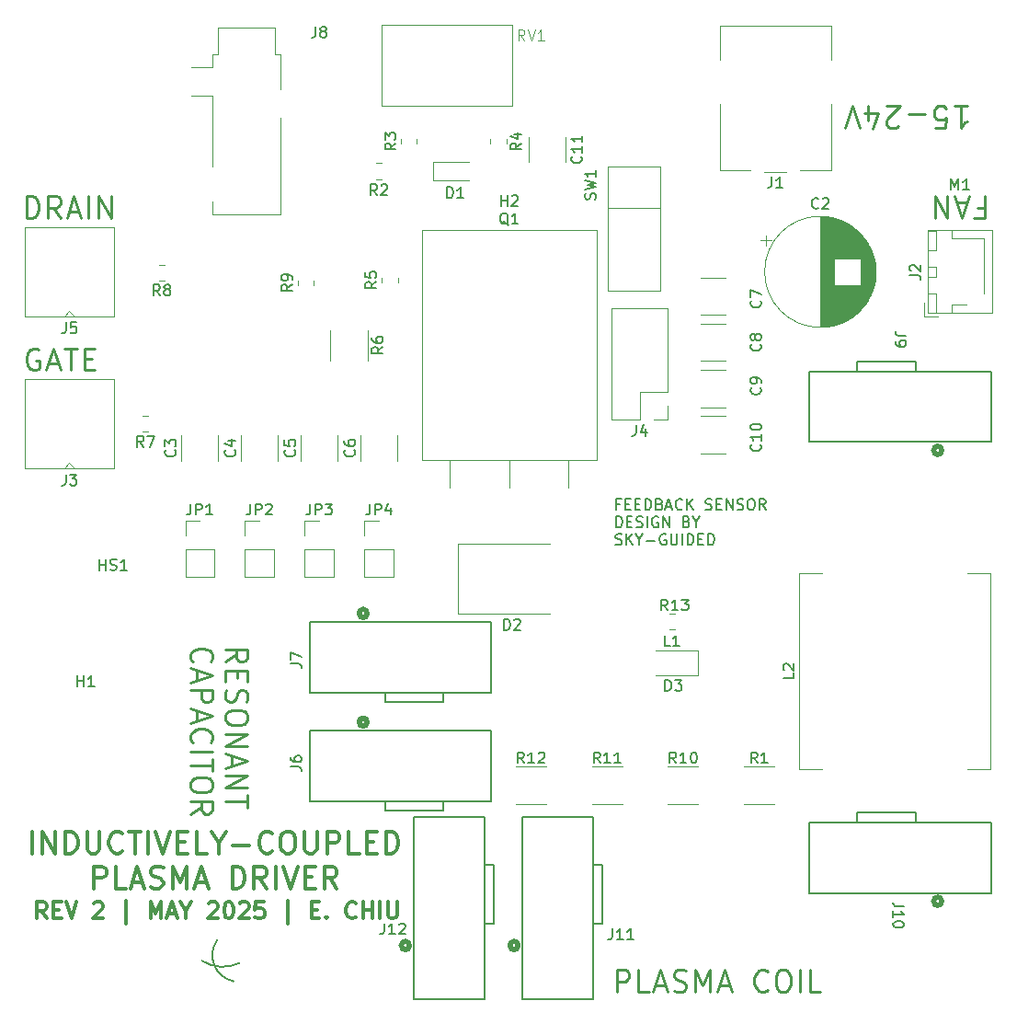
<source format=gto>
%TF.GenerationSoftware,KiCad,Pcbnew,9.0.0*%
%TF.CreationDate,2025-05-26T15:17:39-04:00*%
%TF.ProjectId,PlasmaTransformer,506c6173-6d61-4547-9261-6e73666f726d,rev?*%
%TF.SameCoordinates,Original*%
%TF.FileFunction,Legend,Top*%
%TF.FilePolarity,Positive*%
%FSLAX46Y46*%
G04 Gerber Fmt 4.6, Leading zero omitted, Abs format (unit mm)*
G04 Created by KiCad (PCBNEW 9.0.0) date 2025-05-26 15:17:39*
%MOMM*%
%LPD*%
G01*
G04 APERTURE LIST*
%ADD10C,0.200000*%
%ADD11C,0.250000*%
%ADD12C,0.150000*%
%ADD13C,0.300000*%
%ADD14C,0.100000*%
%ADD15C,0.120000*%
%ADD16C,0.152400*%
%ADD17C,0.508000*%
G04 APERTURE END LIST*
D10*
X74602085Y-143289996D02*
G75*
G02*
X73100000Y-139500000I497915J2389996D01*
G01*
X75155437Y-141618492D02*
G75*
G02*
X71699981Y-141400030I-1528137J3266192D01*
G01*
D11*
X55540663Y-73042238D02*
X55540663Y-71042238D01*
X55540663Y-71042238D02*
X56016853Y-71042238D01*
X56016853Y-71042238D02*
X56302568Y-71137476D01*
X56302568Y-71137476D02*
X56493044Y-71327952D01*
X56493044Y-71327952D02*
X56588282Y-71518428D01*
X56588282Y-71518428D02*
X56683520Y-71899380D01*
X56683520Y-71899380D02*
X56683520Y-72185095D01*
X56683520Y-72185095D02*
X56588282Y-72566047D01*
X56588282Y-72566047D02*
X56493044Y-72756523D01*
X56493044Y-72756523D02*
X56302568Y-72947000D01*
X56302568Y-72947000D02*
X56016853Y-73042238D01*
X56016853Y-73042238D02*
X55540663Y-73042238D01*
X58683520Y-73042238D02*
X58016853Y-72089857D01*
X57540663Y-73042238D02*
X57540663Y-71042238D01*
X57540663Y-71042238D02*
X58302568Y-71042238D01*
X58302568Y-71042238D02*
X58493044Y-71137476D01*
X58493044Y-71137476D02*
X58588282Y-71232714D01*
X58588282Y-71232714D02*
X58683520Y-71423190D01*
X58683520Y-71423190D02*
X58683520Y-71708904D01*
X58683520Y-71708904D02*
X58588282Y-71899380D01*
X58588282Y-71899380D02*
X58493044Y-71994619D01*
X58493044Y-71994619D02*
X58302568Y-72089857D01*
X58302568Y-72089857D02*
X57540663Y-72089857D01*
X59445425Y-72470809D02*
X60397806Y-72470809D01*
X59254949Y-73042238D02*
X59921615Y-71042238D01*
X59921615Y-71042238D02*
X60588282Y-73042238D01*
X61254949Y-73042238D02*
X61254949Y-71042238D01*
X62207330Y-73042238D02*
X62207330Y-71042238D01*
X62207330Y-71042238D02*
X63350187Y-73042238D01*
X63350187Y-73042238D02*
X63350187Y-71042238D01*
X143092669Y-72105380D02*
X143759336Y-72105380D01*
X143759336Y-71057761D02*
X143759336Y-73057761D01*
X143759336Y-73057761D02*
X142806955Y-73057761D01*
X142140288Y-71629190D02*
X141187907Y-71629190D01*
X142330764Y-71057761D02*
X141664098Y-73057761D01*
X141664098Y-73057761D02*
X140997431Y-71057761D01*
X140330764Y-71057761D02*
X140330764Y-73057761D01*
X140330764Y-73057761D02*
X139187907Y-71057761D01*
X139187907Y-71057761D02*
X139187907Y-73057761D01*
X56688282Y-85137476D02*
X56497806Y-85042238D01*
X56497806Y-85042238D02*
X56212092Y-85042238D01*
X56212092Y-85042238D02*
X55926377Y-85137476D01*
X55926377Y-85137476D02*
X55735901Y-85327952D01*
X55735901Y-85327952D02*
X55640663Y-85518428D01*
X55640663Y-85518428D02*
X55545425Y-85899380D01*
X55545425Y-85899380D02*
X55545425Y-86185095D01*
X55545425Y-86185095D02*
X55640663Y-86566047D01*
X55640663Y-86566047D02*
X55735901Y-86756523D01*
X55735901Y-86756523D02*
X55926377Y-86947000D01*
X55926377Y-86947000D02*
X56212092Y-87042238D01*
X56212092Y-87042238D02*
X56402568Y-87042238D01*
X56402568Y-87042238D02*
X56688282Y-86947000D01*
X56688282Y-86947000D02*
X56783520Y-86851761D01*
X56783520Y-86851761D02*
X56783520Y-86185095D01*
X56783520Y-86185095D02*
X56402568Y-86185095D01*
X57545425Y-86470809D02*
X58497806Y-86470809D01*
X57354949Y-87042238D02*
X58021615Y-85042238D01*
X58021615Y-85042238D02*
X58688282Y-87042238D01*
X59069235Y-85042238D02*
X60212092Y-85042238D01*
X59640663Y-87042238D02*
X59640663Y-85042238D01*
X60878759Y-85994619D02*
X61545426Y-85994619D01*
X61831140Y-87042238D02*
X60878759Y-87042238D01*
X60878759Y-87042238D02*
X60878759Y-85042238D01*
X60878759Y-85042238D02*
X61831140Y-85042238D01*
D12*
X110170112Y-99376121D02*
X109836779Y-99376121D01*
X109836779Y-99899931D02*
X109836779Y-98899931D01*
X109836779Y-98899931D02*
X110312969Y-98899931D01*
X110693922Y-99376121D02*
X111027255Y-99376121D01*
X111170112Y-99899931D02*
X110693922Y-99899931D01*
X110693922Y-99899931D02*
X110693922Y-98899931D01*
X110693922Y-98899931D02*
X111170112Y-98899931D01*
X111598684Y-99376121D02*
X111932017Y-99376121D01*
X112074874Y-99899931D02*
X111598684Y-99899931D01*
X111598684Y-99899931D02*
X111598684Y-98899931D01*
X111598684Y-98899931D02*
X112074874Y-98899931D01*
X112503446Y-99899931D02*
X112503446Y-98899931D01*
X112503446Y-98899931D02*
X112741541Y-98899931D01*
X112741541Y-98899931D02*
X112884398Y-98947550D01*
X112884398Y-98947550D02*
X112979636Y-99042788D01*
X112979636Y-99042788D02*
X113027255Y-99138026D01*
X113027255Y-99138026D02*
X113074874Y-99328502D01*
X113074874Y-99328502D02*
X113074874Y-99471359D01*
X113074874Y-99471359D02*
X113027255Y-99661835D01*
X113027255Y-99661835D02*
X112979636Y-99757073D01*
X112979636Y-99757073D02*
X112884398Y-99852312D01*
X112884398Y-99852312D02*
X112741541Y-99899931D01*
X112741541Y-99899931D02*
X112503446Y-99899931D01*
X113836779Y-99376121D02*
X113979636Y-99423740D01*
X113979636Y-99423740D02*
X114027255Y-99471359D01*
X114027255Y-99471359D02*
X114074874Y-99566597D01*
X114074874Y-99566597D02*
X114074874Y-99709454D01*
X114074874Y-99709454D02*
X114027255Y-99804692D01*
X114027255Y-99804692D02*
X113979636Y-99852312D01*
X113979636Y-99852312D02*
X113884398Y-99899931D01*
X113884398Y-99899931D02*
X113503446Y-99899931D01*
X113503446Y-99899931D02*
X113503446Y-98899931D01*
X113503446Y-98899931D02*
X113836779Y-98899931D01*
X113836779Y-98899931D02*
X113932017Y-98947550D01*
X113932017Y-98947550D02*
X113979636Y-98995169D01*
X113979636Y-98995169D02*
X114027255Y-99090407D01*
X114027255Y-99090407D02*
X114027255Y-99185645D01*
X114027255Y-99185645D02*
X113979636Y-99280883D01*
X113979636Y-99280883D02*
X113932017Y-99328502D01*
X113932017Y-99328502D02*
X113836779Y-99376121D01*
X113836779Y-99376121D02*
X113503446Y-99376121D01*
X114455827Y-99614216D02*
X114932017Y-99614216D01*
X114360589Y-99899931D02*
X114693922Y-98899931D01*
X114693922Y-98899931D02*
X115027255Y-99899931D01*
X115932017Y-99804692D02*
X115884398Y-99852312D01*
X115884398Y-99852312D02*
X115741541Y-99899931D01*
X115741541Y-99899931D02*
X115646303Y-99899931D01*
X115646303Y-99899931D02*
X115503446Y-99852312D01*
X115503446Y-99852312D02*
X115408208Y-99757073D01*
X115408208Y-99757073D02*
X115360589Y-99661835D01*
X115360589Y-99661835D02*
X115312970Y-99471359D01*
X115312970Y-99471359D02*
X115312970Y-99328502D01*
X115312970Y-99328502D02*
X115360589Y-99138026D01*
X115360589Y-99138026D02*
X115408208Y-99042788D01*
X115408208Y-99042788D02*
X115503446Y-98947550D01*
X115503446Y-98947550D02*
X115646303Y-98899931D01*
X115646303Y-98899931D02*
X115741541Y-98899931D01*
X115741541Y-98899931D02*
X115884398Y-98947550D01*
X115884398Y-98947550D02*
X115932017Y-98995169D01*
X116360589Y-99899931D02*
X116360589Y-98899931D01*
X116932017Y-99899931D02*
X116503446Y-99328502D01*
X116932017Y-98899931D02*
X116360589Y-99471359D01*
X118074875Y-99852312D02*
X118217732Y-99899931D01*
X118217732Y-99899931D02*
X118455827Y-99899931D01*
X118455827Y-99899931D02*
X118551065Y-99852312D01*
X118551065Y-99852312D02*
X118598684Y-99804692D01*
X118598684Y-99804692D02*
X118646303Y-99709454D01*
X118646303Y-99709454D02*
X118646303Y-99614216D01*
X118646303Y-99614216D02*
X118598684Y-99518978D01*
X118598684Y-99518978D02*
X118551065Y-99471359D01*
X118551065Y-99471359D02*
X118455827Y-99423740D01*
X118455827Y-99423740D02*
X118265351Y-99376121D01*
X118265351Y-99376121D02*
X118170113Y-99328502D01*
X118170113Y-99328502D02*
X118122494Y-99280883D01*
X118122494Y-99280883D02*
X118074875Y-99185645D01*
X118074875Y-99185645D02*
X118074875Y-99090407D01*
X118074875Y-99090407D02*
X118122494Y-98995169D01*
X118122494Y-98995169D02*
X118170113Y-98947550D01*
X118170113Y-98947550D02*
X118265351Y-98899931D01*
X118265351Y-98899931D02*
X118503446Y-98899931D01*
X118503446Y-98899931D02*
X118646303Y-98947550D01*
X119074875Y-99376121D02*
X119408208Y-99376121D01*
X119551065Y-99899931D02*
X119074875Y-99899931D01*
X119074875Y-99899931D02*
X119074875Y-98899931D01*
X119074875Y-98899931D02*
X119551065Y-98899931D01*
X119979637Y-99899931D02*
X119979637Y-98899931D01*
X119979637Y-98899931D02*
X120551065Y-99899931D01*
X120551065Y-99899931D02*
X120551065Y-98899931D01*
X120979637Y-99852312D02*
X121122494Y-99899931D01*
X121122494Y-99899931D02*
X121360589Y-99899931D01*
X121360589Y-99899931D02*
X121455827Y-99852312D01*
X121455827Y-99852312D02*
X121503446Y-99804692D01*
X121503446Y-99804692D02*
X121551065Y-99709454D01*
X121551065Y-99709454D02*
X121551065Y-99614216D01*
X121551065Y-99614216D02*
X121503446Y-99518978D01*
X121503446Y-99518978D02*
X121455827Y-99471359D01*
X121455827Y-99471359D02*
X121360589Y-99423740D01*
X121360589Y-99423740D02*
X121170113Y-99376121D01*
X121170113Y-99376121D02*
X121074875Y-99328502D01*
X121074875Y-99328502D02*
X121027256Y-99280883D01*
X121027256Y-99280883D02*
X120979637Y-99185645D01*
X120979637Y-99185645D02*
X120979637Y-99090407D01*
X120979637Y-99090407D02*
X121027256Y-98995169D01*
X121027256Y-98995169D02*
X121074875Y-98947550D01*
X121074875Y-98947550D02*
X121170113Y-98899931D01*
X121170113Y-98899931D02*
X121408208Y-98899931D01*
X121408208Y-98899931D02*
X121551065Y-98947550D01*
X122170113Y-98899931D02*
X122360589Y-98899931D01*
X122360589Y-98899931D02*
X122455827Y-98947550D01*
X122455827Y-98947550D02*
X122551065Y-99042788D01*
X122551065Y-99042788D02*
X122598684Y-99233264D01*
X122598684Y-99233264D02*
X122598684Y-99566597D01*
X122598684Y-99566597D02*
X122551065Y-99757073D01*
X122551065Y-99757073D02*
X122455827Y-99852312D01*
X122455827Y-99852312D02*
X122360589Y-99899931D01*
X122360589Y-99899931D02*
X122170113Y-99899931D01*
X122170113Y-99899931D02*
X122074875Y-99852312D01*
X122074875Y-99852312D02*
X121979637Y-99757073D01*
X121979637Y-99757073D02*
X121932018Y-99566597D01*
X121932018Y-99566597D02*
X121932018Y-99233264D01*
X121932018Y-99233264D02*
X121979637Y-99042788D01*
X121979637Y-99042788D02*
X122074875Y-98947550D01*
X122074875Y-98947550D02*
X122170113Y-98899931D01*
X123598684Y-99899931D02*
X123265351Y-99423740D01*
X123027256Y-99899931D02*
X123027256Y-98899931D01*
X123027256Y-98899931D02*
X123408208Y-98899931D01*
X123408208Y-98899931D02*
X123503446Y-98947550D01*
X123503446Y-98947550D02*
X123551065Y-98995169D01*
X123551065Y-98995169D02*
X123598684Y-99090407D01*
X123598684Y-99090407D02*
X123598684Y-99233264D01*
X123598684Y-99233264D02*
X123551065Y-99328502D01*
X123551065Y-99328502D02*
X123503446Y-99376121D01*
X123503446Y-99376121D02*
X123408208Y-99423740D01*
X123408208Y-99423740D02*
X123027256Y-99423740D01*
X109836779Y-101509875D02*
X109836779Y-100509875D01*
X109836779Y-100509875D02*
X110074874Y-100509875D01*
X110074874Y-100509875D02*
X110217731Y-100557494D01*
X110217731Y-100557494D02*
X110312969Y-100652732D01*
X110312969Y-100652732D02*
X110360588Y-100747970D01*
X110360588Y-100747970D02*
X110408207Y-100938446D01*
X110408207Y-100938446D02*
X110408207Y-101081303D01*
X110408207Y-101081303D02*
X110360588Y-101271779D01*
X110360588Y-101271779D02*
X110312969Y-101367017D01*
X110312969Y-101367017D02*
X110217731Y-101462256D01*
X110217731Y-101462256D02*
X110074874Y-101509875D01*
X110074874Y-101509875D02*
X109836779Y-101509875D01*
X110836779Y-100986065D02*
X111170112Y-100986065D01*
X111312969Y-101509875D02*
X110836779Y-101509875D01*
X110836779Y-101509875D02*
X110836779Y-100509875D01*
X110836779Y-100509875D02*
X111312969Y-100509875D01*
X111693922Y-101462256D02*
X111836779Y-101509875D01*
X111836779Y-101509875D02*
X112074874Y-101509875D01*
X112074874Y-101509875D02*
X112170112Y-101462256D01*
X112170112Y-101462256D02*
X112217731Y-101414636D01*
X112217731Y-101414636D02*
X112265350Y-101319398D01*
X112265350Y-101319398D02*
X112265350Y-101224160D01*
X112265350Y-101224160D02*
X112217731Y-101128922D01*
X112217731Y-101128922D02*
X112170112Y-101081303D01*
X112170112Y-101081303D02*
X112074874Y-101033684D01*
X112074874Y-101033684D02*
X111884398Y-100986065D01*
X111884398Y-100986065D02*
X111789160Y-100938446D01*
X111789160Y-100938446D02*
X111741541Y-100890827D01*
X111741541Y-100890827D02*
X111693922Y-100795589D01*
X111693922Y-100795589D02*
X111693922Y-100700351D01*
X111693922Y-100700351D02*
X111741541Y-100605113D01*
X111741541Y-100605113D02*
X111789160Y-100557494D01*
X111789160Y-100557494D02*
X111884398Y-100509875D01*
X111884398Y-100509875D02*
X112122493Y-100509875D01*
X112122493Y-100509875D02*
X112265350Y-100557494D01*
X112693922Y-101509875D02*
X112693922Y-100509875D01*
X113693921Y-100557494D02*
X113598683Y-100509875D01*
X113598683Y-100509875D02*
X113455826Y-100509875D01*
X113455826Y-100509875D02*
X113312969Y-100557494D01*
X113312969Y-100557494D02*
X113217731Y-100652732D01*
X113217731Y-100652732D02*
X113170112Y-100747970D01*
X113170112Y-100747970D02*
X113122493Y-100938446D01*
X113122493Y-100938446D02*
X113122493Y-101081303D01*
X113122493Y-101081303D02*
X113170112Y-101271779D01*
X113170112Y-101271779D02*
X113217731Y-101367017D01*
X113217731Y-101367017D02*
X113312969Y-101462256D01*
X113312969Y-101462256D02*
X113455826Y-101509875D01*
X113455826Y-101509875D02*
X113551064Y-101509875D01*
X113551064Y-101509875D02*
X113693921Y-101462256D01*
X113693921Y-101462256D02*
X113741540Y-101414636D01*
X113741540Y-101414636D02*
X113741540Y-101081303D01*
X113741540Y-101081303D02*
X113551064Y-101081303D01*
X114170112Y-101509875D02*
X114170112Y-100509875D01*
X114170112Y-100509875D02*
X114741540Y-101509875D01*
X114741540Y-101509875D02*
X114741540Y-100509875D01*
X116312969Y-100986065D02*
X116455826Y-101033684D01*
X116455826Y-101033684D02*
X116503445Y-101081303D01*
X116503445Y-101081303D02*
X116551064Y-101176541D01*
X116551064Y-101176541D02*
X116551064Y-101319398D01*
X116551064Y-101319398D02*
X116503445Y-101414636D01*
X116503445Y-101414636D02*
X116455826Y-101462256D01*
X116455826Y-101462256D02*
X116360588Y-101509875D01*
X116360588Y-101509875D02*
X115979636Y-101509875D01*
X115979636Y-101509875D02*
X115979636Y-100509875D01*
X115979636Y-100509875D02*
X116312969Y-100509875D01*
X116312969Y-100509875D02*
X116408207Y-100557494D01*
X116408207Y-100557494D02*
X116455826Y-100605113D01*
X116455826Y-100605113D02*
X116503445Y-100700351D01*
X116503445Y-100700351D02*
X116503445Y-100795589D01*
X116503445Y-100795589D02*
X116455826Y-100890827D01*
X116455826Y-100890827D02*
X116408207Y-100938446D01*
X116408207Y-100938446D02*
X116312969Y-100986065D01*
X116312969Y-100986065D02*
X115979636Y-100986065D01*
X117170112Y-101033684D02*
X117170112Y-101509875D01*
X116836779Y-100509875D02*
X117170112Y-101033684D01*
X117170112Y-101033684D02*
X117503445Y-100509875D01*
X109789160Y-103072200D02*
X109932017Y-103119819D01*
X109932017Y-103119819D02*
X110170112Y-103119819D01*
X110170112Y-103119819D02*
X110265350Y-103072200D01*
X110265350Y-103072200D02*
X110312969Y-103024580D01*
X110312969Y-103024580D02*
X110360588Y-102929342D01*
X110360588Y-102929342D02*
X110360588Y-102834104D01*
X110360588Y-102834104D02*
X110312969Y-102738866D01*
X110312969Y-102738866D02*
X110265350Y-102691247D01*
X110265350Y-102691247D02*
X110170112Y-102643628D01*
X110170112Y-102643628D02*
X109979636Y-102596009D01*
X109979636Y-102596009D02*
X109884398Y-102548390D01*
X109884398Y-102548390D02*
X109836779Y-102500771D01*
X109836779Y-102500771D02*
X109789160Y-102405533D01*
X109789160Y-102405533D02*
X109789160Y-102310295D01*
X109789160Y-102310295D02*
X109836779Y-102215057D01*
X109836779Y-102215057D02*
X109884398Y-102167438D01*
X109884398Y-102167438D02*
X109979636Y-102119819D01*
X109979636Y-102119819D02*
X110217731Y-102119819D01*
X110217731Y-102119819D02*
X110360588Y-102167438D01*
X110789160Y-103119819D02*
X110789160Y-102119819D01*
X111360588Y-103119819D02*
X110932017Y-102548390D01*
X111360588Y-102119819D02*
X110789160Y-102691247D01*
X111979636Y-102643628D02*
X111979636Y-103119819D01*
X111646303Y-102119819D02*
X111979636Y-102643628D01*
X111979636Y-102643628D02*
X112312969Y-102119819D01*
X112646303Y-102738866D02*
X113408208Y-102738866D01*
X114408207Y-102167438D02*
X114312969Y-102119819D01*
X114312969Y-102119819D02*
X114170112Y-102119819D01*
X114170112Y-102119819D02*
X114027255Y-102167438D01*
X114027255Y-102167438D02*
X113932017Y-102262676D01*
X113932017Y-102262676D02*
X113884398Y-102357914D01*
X113884398Y-102357914D02*
X113836779Y-102548390D01*
X113836779Y-102548390D02*
X113836779Y-102691247D01*
X113836779Y-102691247D02*
X113884398Y-102881723D01*
X113884398Y-102881723D02*
X113932017Y-102976961D01*
X113932017Y-102976961D02*
X114027255Y-103072200D01*
X114027255Y-103072200D02*
X114170112Y-103119819D01*
X114170112Y-103119819D02*
X114265350Y-103119819D01*
X114265350Y-103119819D02*
X114408207Y-103072200D01*
X114408207Y-103072200D02*
X114455826Y-103024580D01*
X114455826Y-103024580D02*
X114455826Y-102691247D01*
X114455826Y-102691247D02*
X114265350Y-102691247D01*
X114884398Y-102119819D02*
X114884398Y-102929342D01*
X114884398Y-102929342D02*
X114932017Y-103024580D01*
X114932017Y-103024580D02*
X114979636Y-103072200D01*
X114979636Y-103072200D02*
X115074874Y-103119819D01*
X115074874Y-103119819D02*
X115265350Y-103119819D01*
X115265350Y-103119819D02*
X115360588Y-103072200D01*
X115360588Y-103072200D02*
X115408207Y-103024580D01*
X115408207Y-103024580D02*
X115455826Y-102929342D01*
X115455826Y-102929342D02*
X115455826Y-102119819D01*
X115932017Y-103119819D02*
X115932017Y-102119819D01*
X116408207Y-103119819D02*
X116408207Y-102119819D01*
X116408207Y-102119819D02*
X116646302Y-102119819D01*
X116646302Y-102119819D02*
X116789159Y-102167438D01*
X116789159Y-102167438D02*
X116884397Y-102262676D01*
X116884397Y-102262676D02*
X116932016Y-102357914D01*
X116932016Y-102357914D02*
X116979635Y-102548390D01*
X116979635Y-102548390D02*
X116979635Y-102691247D01*
X116979635Y-102691247D02*
X116932016Y-102881723D01*
X116932016Y-102881723D02*
X116884397Y-102976961D01*
X116884397Y-102976961D02*
X116789159Y-103072200D01*
X116789159Y-103072200D02*
X116646302Y-103119819D01*
X116646302Y-103119819D02*
X116408207Y-103119819D01*
X117408207Y-102596009D02*
X117741540Y-102596009D01*
X117884397Y-103119819D02*
X117408207Y-103119819D01*
X117408207Y-103119819D02*
X117408207Y-102119819D01*
X117408207Y-102119819D02*
X117884397Y-102119819D01*
X118312969Y-103119819D02*
X118312969Y-102119819D01*
X118312969Y-102119819D02*
X118551064Y-102119819D01*
X118551064Y-102119819D02*
X118693921Y-102167438D01*
X118693921Y-102167438D02*
X118789159Y-102262676D01*
X118789159Y-102262676D02*
X118836778Y-102357914D01*
X118836778Y-102357914D02*
X118884397Y-102548390D01*
X118884397Y-102548390D02*
X118884397Y-102691247D01*
X118884397Y-102691247D02*
X118836778Y-102881723D01*
X118836778Y-102881723D02*
X118789159Y-102976961D01*
X118789159Y-102976961D02*
X118693921Y-103072200D01*
X118693921Y-103072200D02*
X118551064Y-103119819D01*
X118551064Y-103119819D02*
X118312969Y-103119819D01*
D13*
X56090475Y-131519750D02*
X56090475Y-129519750D01*
X57042856Y-131519750D02*
X57042856Y-129519750D01*
X57042856Y-129519750D02*
X58185713Y-131519750D01*
X58185713Y-131519750D02*
X58185713Y-129519750D01*
X59138094Y-131519750D02*
X59138094Y-129519750D01*
X59138094Y-129519750D02*
X59614284Y-129519750D01*
X59614284Y-129519750D02*
X59899999Y-129614988D01*
X59899999Y-129614988D02*
X60090475Y-129805464D01*
X60090475Y-129805464D02*
X60185713Y-129995940D01*
X60185713Y-129995940D02*
X60280951Y-130376892D01*
X60280951Y-130376892D02*
X60280951Y-130662607D01*
X60280951Y-130662607D02*
X60185713Y-131043559D01*
X60185713Y-131043559D02*
X60090475Y-131234035D01*
X60090475Y-131234035D02*
X59899999Y-131424512D01*
X59899999Y-131424512D02*
X59614284Y-131519750D01*
X59614284Y-131519750D02*
X59138094Y-131519750D01*
X61138094Y-129519750D02*
X61138094Y-131138797D01*
X61138094Y-131138797D02*
X61233332Y-131329273D01*
X61233332Y-131329273D02*
X61328570Y-131424512D01*
X61328570Y-131424512D02*
X61519046Y-131519750D01*
X61519046Y-131519750D02*
X61899999Y-131519750D01*
X61899999Y-131519750D02*
X62090475Y-131424512D01*
X62090475Y-131424512D02*
X62185713Y-131329273D01*
X62185713Y-131329273D02*
X62280951Y-131138797D01*
X62280951Y-131138797D02*
X62280951Y-129519750D01*
X64376189Y-131329273D02*
X64280951Y-131424512D01*
X64280951Y-131424512D02*
X63995237Y-131519750D01*
X63995237Y-131519750D02*
X63804761Y-131519750D01*
X63804761Y-131519750D02*
X63519046Y-131424512D01*
X63519046Y-131424512D02*
X63328570Y-131234035D01*
X63328570Y-131234035D02*
X63233332Y-131043559D01*
X63233332Y-131043559D02*
X63138094Y-130662607D01*
X63138094Y-130662607D02*
X63138094Y-130376892D01*
X63138094Y-130376892D02*
X63233332Y-129995940D01*
X63233332Y-129995940D02*
X63328570Y-129805464D01*
X63328570Y-129805464D02*
X63519046Y-129614988D01*
X63519046Y-129614988D02*
X63804761Y-129519750D01*
X63804761Y-129519750D02*
X63995237Y-129519750D01*
X63995237Y-129519750D02*
X64280951Y-129614988D01*
X64280951Y-129614988D02*
X64376189Y-129710226D01*
X64947618Y-129519750D02*
X66090475Y-129519750D01*
X65519046Y-131519750D02*
X65519046Y-129519750D01*
X66757142Y-131519750D02*
X66757142Y-129519750D01*
X67423809Y-129519750D02*
X68090475Y-131519750D01*
X68090475Y-131519750D02*
X68757142Y-129519750D01*
X69423809Y-130472131D02*
X70090476Y-130472131D01*
X70376190Y-131519750D02*
X69423809Y-131519750D01*
X69423809Y-131519750D02*
X69423809Y-129519750D01*
X69423809Y-129519750D02*
X70376190Y-129519750D01*
X72185714Y-131519750D02*
X71233333Y-131519750D01*
X71233333Y-131519750D02*
X71233333Y-129519750D01*
X73233333Y-130567369D02*
X73233333Y-131519750D01*
X72566667Y-129519750D02*
X73233333Y-130567369D01*
X73233333Y-130567369D02*
X73900000Y-129519750D01*
X74566667Y-130757845D02*
X76090477Y-130757845D01*
X78185714Y-131329273D02*
X78090476Y-131424512D01*
X78090476Y-131424512D02*
X77804762Y-131519750D01*
X77804762Y-131519750D02*
X77614286Y-131519750D01*
X77614286Y-131519750D02*
X77328571Y-131424512D01*
X77328571Y-131424512D02*
X77138095Y-131234035D01*
X77138095Y-131234035D02*
X77042857Y-131043559D01*
X77042857Y-131043559D02*
X76947619Y-130662607D01*
X76947619Y-130662607D02*
X76947619Y-130376892D01*
X76947619Y-130376892D02*
X77042857Y-129995940D01*
X77042857Y-129995940D02*
X77138095Y-129805464D01*
X77138095Y-129805464D02*
X77328571Y-129614988D01*
X77328571Y-129614988D02*
X77614286Y-129519750D01*
X77614286Y-129519750D02*
X77804762Y-129519750D01*
X77804762Y-129519750D02*
X78090476Y-129614988D01*
X78090476Y-129614988D02*
X78185714Y-129710226D01*
X79423809Y-129519750D02*
X79804762Y-129519750D01*
X79804762Y-129519750D02*
X79995238Y-129614988D01*
X79995238Y-129614988D02*
X80185714Y-129805464D01*
X80185714Y-129805464D02*
X80280952Y-130186416D01*
X80280952Y-130186416D02*
X80280952Y-130853083D01*
X80280952Y-130853083D02*
X80185714Y-131234035D01*
X80185714Y-131234035D02*
X79995238Y-131424512D01*
X79995238Y-131424512D02*
X79804762Y-131519750D01*
X79804762Y-131519750D02*
X79423809Y-131519750D01*
X79423809Y-131519750D02*
X79233333Y-131424512D01*
X79233333Y-131424512D02*
X79042857Y-131234035D01*
X79042857Y-131234035D02*
X78947619Y-130853083D01*
X78947619Y-130853083D02*
X78947619Y-130186416D01*
X78947619Y-130186416D02*
X79042857Y-129805464D01*
X79042857Y-129805464D02*
X79233333Y-129614988D01*
X79233333Y-129614988D02*
X79423809Y-129519750D01*
X81138095Y-129519750D02*
X81138095Y-131138797D01*
X81138095Y-131138797D02*
X81233333Y-131329273D01*
X81233333Y-131329273D02*
X81328571Y-131424512D01*
X81328571Y-131424512D02*
X81519047Y-131519750D01*
X81519047Y-131519750D02*
X81900000Y-131519750D01*
X81900000Y-131519750D02*
X82090476Y-131424512D01*
X82090476Y-131424512D02*
X82185714Y-131329273D01*
X82185714Y-131329273D02*
X82280952Y-131138797D01*
X82280952Y-131138797D02*
X82280952Y-129519750D01*
X83233333Y-131519750D02*
X83233333Y-129519750D01*
X83233333Y-129519750D02*
X83995238Y-129519750D01*
X83995238Y-129519750D02*
X84185714Y-129614988D01*
X84185714Y-129614988D02*
X84280952Y-129710226D01*
X84280952Y-129710226D02*
X84376190Y-129900702D01*
X84376190Y-129900702D02*
X84376190Y-130186416D01*
X84376190Y-130186416D02*
X84280952Y-130376892D01*
X84280952Y-130376892D02*
X84185714Y-130472131D01*
X84185714Y-130472131D02*
X83995238Y-130567369D01*
X83995238Y-130567369D02*
X83233333Y-130567369D01*
X86185714Y-131519750D02*
X85233333Y-131519750D01*
X85233333Y-131519750D02*
X85233333Y-129519750D01*
X86852381Y-130472131D02*
X87519048Y-130472131D01*
X87804762Y-131519750D02*
X86852381Y-131519750D01*
X86852381Y-131519750D02*
X86852381Y-129519750D01*
X86852381Y-129519750D02*
X87804762Y-129519750D01*
X88661905Y-131519750D02*
X88661905Y-129519750D01*
X88661905Y-129519750D02*
X89138095Y-129519750D01*
X89138095Y-129519750D02*
X89423810Y-129614988D01*
X89423810Y-129614988D02*
X89614286Y-129805464D01*
X89614286Y-129805464D02*
X89709524Y-129995940D01*
X89709524Y-129995940D02*
X89804762Y-130376892D01*
X89804762Y-130376892D02*
X89804762Y-130662607D01*
X89804762Y-130662607D02*
X89709524Y-131043559D01*
X89709524Y-131043559D02*
X89614286Y-131234035D01*
X89614286Y-131234035D02*
X89423810Y-131424512D01*
X89423810Y-131424512D02*
X89138095Y-131519750D01*
X89138095Y-131519750D02*
X88661905Y-131519750D01*
X61757142Y-134739638D02*
X61757142Y-132739638D01*
X61757142Y-132739638D02*
X62519047Y-132739638D01*
X62519047Y-132739638D02*
X62709523Y-132834876D01*
X62709523Y-132834876D02*
X62804761Y-132930114D01*
X62804761Y-132930114D02*
X62899999Y-133120590D01*
X62899999Y-133120590D02*
X62899999Y-133406304D01*
X62899999Y-133406304D02*
X62804761Y-133596780D01*
X62804761Y-133596780D02*
X62709523Y-133692019D01*
X62709523Y-133692019D02*
X62519047Y-133787257D01*
X62519047Y-133787257D02*
X61757142Y-133787257D01*
X64709523Y-134739638D02*
X63757142Y-134739638D01*
X63757142Y-134739638D02*
X63757142Y-132739638D01*
X65280952Y-134168209D02*
X66233333Y-134168209D01*
X65090476Y-134739638D02*
X65757142Y-132739638D01*
X65757142Y-132739638D02*
X66423809Y-134739638D01*
X66995238Y-134644400D02*
X67280952Y-134739638D01*
X67280952Y-134739638D02*
X67757143Y-134739638D01*
X67757143Y-134739638D02*
X67947619Y-134644400D01*
X67947619Y-134644400D02*
X68042857Y-134549161D01*
X68042857Y-134549161D02*
X68138095Y-134358685D01*
X68138095Y-134358685D02*
X68138095Y-134168209D01*
X68138095Y-134168209D02*
X68042857Y-133977733D01*
X68042857Y-133977733D02*
X67947619Y-133882495D01*
X67947619Y-133882495D02*
X67757143Y-133787257D01*
X67757143Y-133787257D02*
X67376190Y-133692019D01*
X67376190Y-133692019D02*
X67185714Y-133596780D01*
X67185714Y-133596780D02*
X67090476Y-133501542D01*
X67090476Y-133501542D02*
X66995238Y-133311066D01*
X66995238Y-133311066D02*
X66995238Y-133120590D01*
X66995238Y-133120590D02*
X67090476Y-132930114D01*
X67090476Y-132930114D02*
X67185714Y-132834876D01*
X67185714Y-132834876D02*
X67376190Y-132739638D01*
X67376190Y-132739638D02*
X67852381Y-132739638D01*
X67852381Y-132739638D02*
X68138095Y-132834876D01*
X68995238Y-134739638D02*
X68995238Y-132739638D01*
X68995238Y-132739638D02*
X69661905Y-134168209D01*
X69661905Y-134168209D02*
X70328571Y-132739638D01*
X70328571Y-132739638D02*
X70328571Y-134739638D01*
X71185714Y-134168209D02*
X72138095Y-134168209D01*
X70995238Y-134739638D02*
X71661904Y-132739638D01*
X71661904Y-132739638D02*
X72328571Y-134739638D01*
X74519048Y-134739638D02*
X74519048Y-132739638D01*
X74519048Y-132739638D02*
X74995238Y-132739638D01*
X74995238Y-132739638D02*
X75280953Y-132834876D01*
X75280953Y-132834876D02*
X75471429Y-133025352D01*
X75471429Y-133025352D02*
X75566667Y-133215828D01*
X75566667Y-133215828D02*
X75661905Y-133596780D01*
X75661905Y-133596780D02*
X75661905Y-133882495D01*
X75661905Y-133882495D02*
X75566667Y-134263447D01*
X75566667Y-134263447D02*
X75471429Y-134453923D01*
X75471429Y-134453923D02*
X75280953Y-134644400D01*
X75280953Y-134644400D02*
X74995238Y-134739638D01*
X74995238Y-134739638D02*
X74519048Y-134739638D01*
X77661905Y-134739638D02*
X76995238Y-133787257D01*
X76519048Y-134739638D02*
X76519048Y-132739638D01*
X76519048Y-132739638D02*
X77280953Y-132739638D01*
X77280953Y-132739638D02*
X77471429Y-132834876D01*
X77471429Y-132834876D02*
X77566667Y-132930114D01*
X77566667Y-132930114D02*
X77661905Y-133120590D01*
X77661905Y-133120590D02*
X77661905Y-133406304D01*
X77661905Y-133406304D02*
X77566667Y-133596780D01*
X77566667Y-133596780D02*
X77471429Y-133692019D01*
X77471429Y-133692019D02*
X77280953Y-133787257D01*
X77280953Y-133787257D02*
X76519048Y-133787257D01*
X78519048Y-134739638D02*
X78519048Y-132739638D01*
X79185715Y-132739638D02*
X79852381Y-134739638D01*
X79852381Y-134739638D02*
X80519048Y-132739638D01*
X81185715Y-133692019D02*
X81852382Y-133692019D01*
X82138096Y-134739638D02*
X81185715Y-134739638D01*
X81185715Y-134739638D02*
X81185715Y-132739638D01*
X81185715Y-132739638D02*
X82138096Y-132739638D01*
X84138096Y-134739638D02*
X83471429Y-133787257D01*
X82995239Y-134739638D02*
X82995239Y-132739638D01*
X82995239Y-132739638D02*
X83757144Y-132739638D01*
X83757144Y-132739638D02*
X83947620Y-132834876D01*
X83947620Y-132834876D02*
X84042858Y-132930114D01*
X84042858Y-132930114D02*
X84138096Y-133120590D01*
X84138096Y-133120590D02*
X84138096Y-133406304D01*
X84138096Y-133406304D02*
X84042858Y-133596780D01*
X84042858Y-133596780D02*
X83947620Y-133692019D01*
X83947620Y-133692019D02*
X83757144Y-133787257D01*
X83757144Y-133787257D02*
X82995239Y-133787257D01*
D11*
X73877649Y-113883520D02*
X74830030Y-113216853D01*
X73877649Y-112740663D02*
X75877649Y-112740663D01*
X75877649Y-112740663D02*
X75877649Y-113502568D01*
X75877649Y-113502568D02*
X75782411Y-113693044D01*
X75782411Y-113693044D02*
X75687173Y-113788282D01*
X75687173Y-113788282D02*
X75496697Y-113883520D01*
X75496697Y-113883520D02*
X75210983Y-113883520D01*
X75210983Y-113883520D02*
X75020507Y-113788282D01*
X75020507Y-113788282D02*
X74925268Y-113693044D01*
X74925268Y-113693044D02*
X74830030Y-113502568D01*
X74830030Y-113502568D02*
X74830030Y-112740663D01*
X74925268Y-114740663D02*
X74925268Y-115407330D01*
X73877649Y-115693044D02*
X73877649Y-114740663D01*
X73877649Y-114740663D02*
X75877649Y-114740663D01*
X75877649Y-114740663D02*
X75877649Y-115693044D01*
X73972888Y-116454949D02*
X73877649Y-116740663D01*
X73877649Y-116740663D02*
X73877649Y-117216854D01*
X73877649Y-117216854D02*
X73972888Y-117407330D01*
X73972888Y-117407330D02*
X74068126Y-117502568D01*
X74068126Y-117502568D02*
X74258602Y-117597806D01*
X74258602Y-117597806D02*
X74449078Y-117597806D01*
X74449078Y-117597806D02*
X74639554Y-117502568D01*
X74639554Y-117502568D02*
X74734792Y-117407330D01*
X74734792Y-117407330D02*
X74830030Y-117216854D01*
X74830030Y-117216854D02*
X74925268Y-116835901D01*
X74925268Y-116835901D02*
X75020507Y-116645425D01*
X75020507Y-116645425D02*
X75115745Y-116550187D01*
X75115745Y-116550187D02*
X75306221Y-116454949D01*
X75306221Y-116454949D02*
X75496697Y-116454949D01*
X75496697Y-116454949D02*
X75687173Y-116550187D01*
X75687173Y-116550187D02*
X75782411Y-116645425D01*
X75782411Y-116645425D02*
X75877649Y-116835901D01*
X75877649Y-116835901D02*
X75877649Y-117312092D01*
X75877649Y-117312092D02*
X75782411Y-117597806D01*
X75877649Y-118835901D02*
X75877649Y-119216854D01*
X75877649Y-119216854D02*
X75782411Y-119407330D01*
X75782411Y-119407330D02*
X75591935Y-119597806D01*
X75591935Y-119597806D02*
X75210983Y-119693044D01*
X75210983Y-119693044D02*
X74544316Y-119693044D01*
X74544316Y-119693044D02*
X74163364Y-119597806D01*
X74163364Y-119597806D02*
X73972888Y-119407330D01*
X73972888Y-119407330D02*
X73877649Y-119216854D01*
X73877649Y-119216854D02*
X73877649Y-118835901D01*
X73877649Y-118835901D02*
X73972888Y-118645425D01*
X73972888Y-118645425D02*
X74163364Y-118454949D01*
X74163364Y-118454949D02*
X74544316Y-118359711D01*
X74544316Y-118359711D02*
X75210983Y-118359711D01*
X75210983Y-118359711D02*
X75591935Y-118454949D01*
X75591935Y-118454949D02*
X75782411Y-118645425D01*
X75782411Y-118645425D02*
X75877649Y-118835901D01*
X73877649Y-120550187D02*
X75877649Y-120550187D01*
X75877649Y-120550187D02*
X73877649Y-121693044D01*
X73877649Y-121693044D02*
X75877649Y-121693044D01*
X74449078Y-122550187D02*
X74449078Y-123502568D01*
X73877649Y-122359711D02*
X75877649Y-123026377D01*
X75877649Y-123026377D02*
X73877649Y-123693044D01*
X73877649Y-124359711D02*
X75877649Y-124359711D01*
X75877649Y-124359711D02*
X73877649Y-125502568D01*
X73877649Y-125502568D02*
X75877649Y-125502568D01*
X75877649Y-126169235D02*
X75877649Y-127312092D01*
X73877649Y-126740663D02*
X75877649Y-126740663D01*
X70848238Y-113883520D02*
X70753000Y-113788282D01*
X70753000Y-113788282D02*
X70657761Y-113502568D01*
X70657761Y-113502568D02*
X70657761Y-113312092D01*
X70657761Y-113312092D02*
X70753000Y-113026377D01*
X70753000Y-113026377D02*
X70943476Y-112835901D01*
X70943476Y-112835901D02*
X71133952Y-112740663D01*
X71133952Y-112740663D02*
X71514904Y-112645425D01*
X71514904Y-112645425D02*
X71800619Y-112645425D01*
X71800619Y-112645425D02*
X72181571Y-112740663D01*
X72181571Y-112740663D02*
X72372047Y-112835901D01*
X72372047Y-112835901D02*
X72562523Y-113026377D01*
X72562523Y-113026377D02*
X72657761Y-113312092D01*
X72657761Y-113312092D02*
X72657761Y-113502568D01*
X72657761Y-113502568D02*
X72562523Y-113788282D01*
X72562523Y-113788282D02*
X72467285Y-113883520D01*
X71229190Y-114645425D02*
X71229190Y-115597806D01*
X70657761Y-114454949D02*
X72657761Y-115121615D01*
X72657761Y-115121615D02*
X70657761Y-115788282D01*
X70657761Y-116454949D02*
X72657761Y-116454949D01*
X72657761Y-116454949D02*
X72657761Y-117216854D01*
X72657761Y-117216854D02*
X72562523Y-117407330D01*
X72562523Y-117407330D02*
X72467285Y-117502568D01*
X72467285Y-117502568D02*
X72276809Y-117597806D01*
X72276809Y-117597806D02*
X71991095Y-117597806D01*
X71991095Y-117597806D02*
X71800619Y-117502568D01*
X71800619Y-117502568D02*
X71705380Y-117407330D01*
X71705380Y-117407330D02*
X71610142Y-117216854D01*
X71610142Y-117216854D02*
X71610142Y-116454949D01*
X71229190Y-118359711D02*
X71229190Y-119312092D01*
X70657761Y-118169235D02*
X72657761Y-118835901D01*
X72657761Y-118835901D02*
X70657761Y-119502568D01*
X70848238Y-121312092D02*
X70753000Y-121216854D01*
X70753000Y-121216854D02*
X70657761Y-120931140D01*
X70657761Y-120931140D02*
X70657761Y-120740664D01*
X70657761Y-120740664D02*
X70753000Y-120454949D01*
X70753000Y-120454949D02*
X70943476Y-120264473D01*
X70943476Y-120264473D02*
X71133952Y-120169235D01*
X71133952Y-120169235D02*
X71514904Y-120073997D01*
X71514904Y-120073997D02*
X71800619Y-120073997D01*
X71800619Y-120073997D02*
X72181571Y-120169235D01*
X72181571Y-120169235D02*
X72372047Y-120264473D01*
X72372047Y-120264473D02*
X72562523Y-120454949D01*
X72562523Y-120454949D02*
X72657761Y-120740664D01*
X72657761Y-120740664D02*
X72657761Y-120931140D01*
X72657761Y-120931140D02*
X72562523Y-121216854D01*
X72562523Y-121216854D02*
X72467285Y-121312092D01*
X70657761Y-122169235D02*
X72657761Y-122169235D01*
X72657761Y-122835902D02*
X72657761Y-123978759D01*
X70657761Y-123407330D02*
X72657761Y-123407330D01*
X72657761Y-125026378D02*
X72657761Y-125407331D01*
X72657761Y-125407331D02*
X72562523Y-125597807D01*
X72562523Y-125597807D02*
X72372047Y-125788283D01*
X72372047Y-125788283D02*
X71991095Y-125883521D01*
X71991095Y-125883521D02*
X71324428Y-125883521D01*
X71324428Y-125883521D02*
X70943476Y-125788283D01*
X70943476Y-125788283D02*
X70753000Y-125597807D01*
X70753000Y-125597807D02*
X70657761Y-125407331D01*
X70657761Y-125407331D02*
X70657761Y-125026378D01*
X70657761Y-125026378D02*
X70753000Y-124835902D01*
X70753000Y-124835902D02*
X70943476Y-124645426D01*
X70943476Y-124645426D02*
X71324428Y-124550188D01*
X71324428Y-124550188D02*
X71991095Y-124550188D01*
X71991095Y-124550188D02*
X72372047Y-124645426D01*
X72372047Y-124645426D02*
X72562523Y-124835902D01*
X72562523Y-124835902D02*
X72657761Y-125026378D01*
X70657761Y-127883521D02*
X71610142Y-127216854D01*
X70657761Y-126740664D02*
X72657761Y-126740664D01*
X72657761Y-126740664D02*
X72657761Y-127502569D01*
X72657761Y-127502569D02*
X72562523Y-127693045D01*
X72562523Y-127693045D02*
X72467285Y-127788283D01*
X72467285Y-127788283D02*
X72276809Y-127883521D01*
X72276809Y-127883521D02*
X71991095Y-127883521D01*
X71991095Y-127883521D02*
X71800619Y-127788283D01*
X71800619Y-127788283D02*
X71705380Y-127693045D01*
X71705380Y-127693045D02*
X71610142Y-127502569D01*
X71610142Y-127502569D02*
X71610142Y-126740664D01*
X141011717Y-62757761D02*
X142154574Y-62757761D01*
X141583146Y-62757761D02*
X141583146Y-64757761D01*
X141583146Y-64757761D02*
X141773622Y-64472047D01*
X141773622Y-64472047D02*
X141964098Y-64281571D01*
X141964098Y-64281571D02*
X142154574Y-64186333D01*
X139202193Y-64757761D02*
X140154574Y-64757761D01*
X140154574Y-64757761D02*
X140249812Y-63805380D01*
X140249812Y-63805380D02*
X140154574Y-63900619D01*
X140154574Y-63900619D02*
X139964098Y-63995857D01*
X139964098Y-63995857D02*
X139487907Y-63995857D01*
X139487907Y-63995857D02*
X139297431Y-63900619D01*
X139297431Y-63900619D02*
X139202193Y-63805380D01*
X139202193Y-63805380D02*
X139106955Y-63614904D01*
X139106955Y-63614904D02*
X139106955Y-63138714D01*
X139106955Y-63138714D02*
X139202193Y-62948238D01*
X139202193Y-62948238D02*
X139297431Y-62853000D01*
X139297431Y-62853000D02*
X139487907Y-62757761D01*
X139487907Y-62757761D02*
X139964098Y-62757761D01*
X139964098Y-62757761D02*
X140154574Y-62853000D01*
X140154574Y-62853000D02*
X140249812Y-62948238D01*
X138249812Y-63519666D02*
X136726003Y-63519666D01*
X135868860Y-64567285D02*
X135773622Y-64662523D01*
X135773622Y-64662523D02*
X135583146Y-64757761D01*
X135583146Y-64757761D02*
X135106955Y-64757761D01*
X135106955Y-64757761D02*
X134916479Y-64662523D01*
X134916479Y-64662523D02*
X134821241Y-64567285D01*
X134821241Y-64567285D02*
X134726003Y-64376809D01*
X134726003Y-64376809D02*
X134726003Y-64186333D01*
X134726003Y-64186333D02*
X134821241Y-63900619D01*
X134821241Y-63900619D02*
X135964098Y-62757761D01*
X135964098Y-62757761D02*
X134726003Y-62757761D01*
X133011717Y-64091095D02*
X133011717Y-62757761D01*
X133487908Y-64853000D02*
X133964098Y-63424428D01*
X133964098Y-63424428D02*
X132726003Y-63424428D01*
X132249812Y-64757761D02*
X131583146Y-62757761D01*
X131583146Y-62757761D02*
X130916479Y-64757761D01*
D13*
X57385715Y-137500828D02*
X56885715Y-136786542D01*
X56528572Y-137500828D02*
X56528572Y-136000828D01*
X56528572Y-136000828D02*
X57100001Y-136000828D01*
X57100001Y-136000828D02*
X57242858Y-136072257D01*
X57242858Y-136072257D02*
X57314287Y-136143685D01*
X57314287Y-136143685D02*
X57385715Y-136286542D01*
X57385715Y-136286542D02*
X57385715Y-136500828D01*
X57385715Y-136500828D02*
X57314287Y-136643685D01*
X57314287Y-136643685D02*
X57242858Y-136715114D01*
X57242858Y-136715114D02*
X57100001Y-136786542D01*
X57100001Y-136786542D02*
X56528572Y-136786542D01*
X58028572Y-136715114D02*
X58528572Y-136715114D01*
X58742858Y-137500828D02*
X58028572Y-137500828D01*
X58028572Y-137500828D02*
X58028572Y-136000828D01*
X58028572Y-136000828D02*
X58742858Y-136000828D01*
X59171430Y-136000828D02*
X59671430Y-137500828D01*
X59671430Y-137500828D02*
X60171430Y-136000828D01*
X61742858Y-136143685D02*
X61814286Y-136072257D01*
X61814286Y-136072257D02*
X61957144Y-136000828D01*
X61957144Y-136000828D02*
X62314286Y-136000828D01*
X62314286Y-136000828D02*
X62457144Y-136072257D01*
X62457144Y-136072257D02*
X62528572Y-136143685D01*
X62528572Y-136143685D02*
X62600001Y-136286542D01*
X62600001Y-136286542D02*
X62600001Y-136429400D01*
X62600001Y-136429400D02*
X62528572Y-136643685D01*
X62528572Y-136643685D02*
X61671429Y-137500828D01*
X61671429Y-137500828D02*
X62600001Y-137500828D01*
X64742857Y-138000828D02*
X64742857Y-135857971D01*
X66957142Y-137500828D02*
X66957142Y-136000828D01*
X66957142Y-136000828D02*
X67457142Y-137072257D01*
X67457142Y-137072257D02*
X67957142Y-136000828D01*
X67957142Y-136000828D02*
X67957142Y-137500828D01*
X68600000Y-137072257D02*
X69314286Y-137072257D01*
X68457143Y-137500828D02*
X68957143Y-136000828D01*
X68957143Y-136000828D02*
X69457143Y-137500828D01*
X70242857Y-136786542D02*
X70242857Y-137500828D01*
X69742857Y-136000828D02*
X70242857Y-136786542D01*
X70242857Y-136786542D02*
X70742857Y-136000828D01*
X72314285Y-136143685D02*
X72385713Y-136072257D01*
X72385713Y-136072257D02*
X72528571Y-136000828D01*
X72528571Y-136000828D02*
X72885713Y-136000828D01*
X72885713Y-136000828D02*
X73028571Y-136072257D01*
X73028571Y-136072257D02*
X73099999Y-136143685D01*
X73099999Y-136143685D02*
X73171428Y-136286542D01*
X73171428Y-136286542D02*
X73171428Y-136429400D01*
X73171428Y-136429400D02*
X73099999Y-136643685D01*
X73099999Y-136643685D02*
X72242856Y-137500828D01*
X72242856Y-137500828D02*
X73171428Y-137500828D01*
X74099999Y-136000828D02*
X74242856Y-136000828D01*
X74242856Y-136000828D02*
X74385713Y-136072257D01*
X74385713Y-136072257D02*
X74457142Y-136143685D01*
X74457142Y-136143685D02*
X74528570Y-136286542D01*
X74528570Y-136286542D02*
X74599999Y-136572257D01*
X74599999Y-136572257D02*
X74599999Y-136929400D01*
X74599999Y-136929400D02*
X74528570Y-137215114D01*
X74528570Y-137215114D02*
X74457142Y-137357971D01*
X74457142Y-137357971D02*
X74385713Y-137429400D01*
X74385713Y-137429400D02*
X74242856Y-137500828D01*
X74242856Y-137500828D02*
X74099999Y-137500828D01*
X74099999Y-137500828D02*
X73957142Y-137429400D01*
X73957142Y-137429400D02*
X73885713Y-137357971D01*
X73885713Y-137357971D02*
X73814284Y-137215114D01*
X73814284Y-137215114D02*
X73742856Y-136929400D01*
X73742856Y-136929400D02*
X73742856Y-136572257D01*
X73742856Y-136572257D02*
X73814284Y-136286542D01*
X73814284Y-136286542D02*
X73885713Y-136143685D01*
X73885713Y-136143685D02*
X73957142Y-136072257D01*
X73957142Y-136072257D02*
X74099999Y-136000828D01*
X75171427Y-136143685D02*
X75242855Y-136072257D01*
X75242855Y-136072257D02*
X75385713Y-136000828D01*
X75385713Y-136000828D02*
X75742855Y-136000828D01*
X75742855Y-136000828D02*
X75885713Y-136072257D01*
X75885713Y-136072257D02*
X75957141Y-136143685D01*
X75957141Y-136143685D02*
X76028570Y-136286542D01*
X76028570Y-136286542D02*
X76028570Y-136429400D01*
X76028570Y-136429400D02*
X75957141Y-136643685D01*
X75957141Y-136643685D02*
X75099998Y-137500828D01*
X75099998Y-137500828D02*
X76028570Y-137500828D01*
X77385712Y-136000828D02*
X76671426Y-136000828D01*
X76671426Y-136000828D02*
X76599998Y-136715114D01*
X76599998Y-136715114D02*
X76671426Y-136643685D01*
X76671426Y-136643685D02*
X76814284Y-136572257D01*
X76814284Y-136572257D02*
X77171426Y-136572257D01*
X77171426Y-136572257D02*
X77314284Y-136643685D01*
X77314284Y-136643685D02*
X77385712Y-136715114D01*
X77385712Y-136715114D02*
X77457141Y-136857971D01*
X77457141Y-136857971D02*
X77457141Y-137215114D01*
X77457141Y-137215114D02*
X77385712Y-137357971D01*
X77385712Y-137357971D02*
X77314284Y-137429400D01*
X77314284Y-137429400D02*
X77171426Y-137500828D01*
X77171426Y-137500828D02*
X76814284Y-137500828D01*
X76814284Y-137500828D02*
X76671426Y-137429400D01*
X76671426Y-137429400D02*
X76599998Y-137357971D01*
X79599997Y-138000828D02*
X79599997Y-135857971D01*
X81814282Y-136715114D02*
X82314282Y-136715114D01*
X82528568Y-137500828D02*
X81814282Y-137500828D01*
X81814282Y-137500828D02*
X81814282Y-136000828D01*
X81814282Y-136000828D02*
X82528568Y-136000828D01*
X83171425Y-137357971D02*
X83242854Y-137429400D01*
X83242854Y-137429400D02*
X83171425Y-137500828D01*
X83171425Y-137500828D02*
X83099997Y-137429400D01*
X83099997Y-137429400D02*
X83171425Y-137357971D01*
X83171425Y-137357971D02*
X83171425Y-137500828D01*
X85885711Y-137357971D02*
X85814283Y-137429400D01*
X85814283Y-137429400D02*
X85599997Y-137500828D01*
X85599997Y-137500828D02*
X85457140Y-137500828D01*
X85457140Y-137500828D02*
X85242854Y-137429400D01*
X85242854Y-137429400D02*
X85099997Y-137286542D01*
X85099997Y-137286542D02*
X85028568Y-137143685D01*
X85028568Y-137143685D02*
X84957140Y-136857971D01*
X84957140Y-136857971D02*
X84957140Y-136643685D01*
X84957140Y-136643685D02*
X85028568Y-136357971D01*
X85028568Y-136357971D02*
X85099997Y-136215114D01*
X85099997Y-136215114D02*
X85242854Y-136072257D01*
X85242854Y-136072257D02*
X85457140Y-136000828D01*
X85457140Y-136000828D02*
X85599997Y-136000828D01*
X85599997Y-136000828D02*
X85814283Y-136072257D01*
X85814283Y-136072257D02*
X85885711Y-136143685D01*
X86528568Y-137500828D02*
X86528568Y-136000828D01*
X86528568Y-136715114D02*
X87385711Y-136715114D01*
X87385711Y-137500828D02*
X87385711Y-136000828D01*
X88099997Y-137500828D02*
X88099997Y-136000828D01*
X88814283Y-136000828D02*
X88814283Y-137215114D01*
X88814283Y-137215114D02*
X88885712Y-137357971D01*
X88885712Y-137357971D02*
X88957141Y-137429400D01*
X88957141Y-137429400D02*
X89099998Y-137500828D01*
X89099998Y-137500828D02*
X89385712Y-137500828D01*
X89385712Y-137500828D02*
X89528569Y-137429400D01*
X89528569Y-137429400D02*
X89599998Y-137357971D01*
X89599998Y-137357971D02*
X89671426Y-137215114D01*
X89671426Y-137215114D02*
X89671426Y-136000828D01*
D11*
X109890663Y-144242238D02*
X109890663Y-142242238D01*
X109890663Y-142242238D02*
X110652568Y-142242238D01*
X110652568Y-142242238D02*
X110843044Y-142337476D01*
X110843044Y-142337476D02*
X110938282Y-142432714D01*
X110938282Y-142432714D02*
X111033520Y-142623190D01*
X111033520Y-142623190D02*
X111033520Y-142908904D01*
X111033520Y-142908904D02*
X110938282Y-143099380D01*
X110938282Y-143099380D02*
X110843044Y-143194619D01*
X110843044Y-143194619D02*
X110652568Y-143289857D01*
X110652568Y-143289857D02*
X109890663Y-143289857D01*
X112843044Y-144242238D02*
X111890663Y-144242238D01*
X111890663Y-144242238D02*
X111890663Y-142242238D01*
X113414473Y-143670809D02*
X114366854Y-143670809D01*
X113223997Y-144242238D02*
X113890663Y-142242238D01*
X113890663Y-142242238D02*
X114557330Y-144242238D01*
X115128759Y-144147000D02*
X115414473Y-144242238D01*
X115414473Y-144242238D02*
X115890664Y-144242238D01*
X115890664Y-144242238D02*
X116081140Y-144147000D01*
X116081140Y-144147000D02*
X116176378Y-144051761D01*
X116176378Y-144051761D02*
X116271616Y-143861285D01*
X116271616Y-143861285D02*
X116271616Y-143670809D01*
X116271616Y-143670809D02*
X116176378Y-143480333D01*
X116176378Y-143480333D02*
X116081140Y-143385095D01*
X116081140Y-143385095D02*
X115890664Y-143289857D01*
X115890664Y-143289857D02*
X115509711Y-143194619D01*
X115509711Y-143194619D02*
X115319235Y-143099380D01*
X115319235Y-143099380D02*
X115223997Y-143004142D01*
X115223997Y-143004142D02*
X115128759Y-142813666D01*
X115128759Y-142813666D02*
X115128759Y-142623190D01*
X115128759Y-142623190D02*
X115223997Y-142432714D01*
X115223997Y-142432714D02*
X115319235Y-142337476D01*
X115319235Y-142337476D02*
X115509711Y-142242238D01*
X115509711Y-142242238D02*
X115985902Y-142242238D01*
X115985902Y-142242238D02*
X116271616Y-142337476D01*
X117128759Y-144242238D02*
X117128759Y-142242238D01*
X117128759Y-142242238D02*
X117795426Y-143670809D01*
X117795426Y-143670809D02*
X118462092Y-142242238D01*
X118462092Y-142242238D02*
X118462092Y-144242238D01*
X119319235Y-143670809D02*
X120271616Y-143670809D01*
X119128759Y-144242238D02*
X119795425Y-142242238D01*
X119795425Y-142242238D02*
X120462092Y-144242238D01*
X123795426Y-144051761D02*
X123700188Y-144147000D01*
X123700188Y-144147000D02*
X123414474Y-144242238D01*
X123414474Y-144242238D02*
X123223998Y-144242238D01*
X123223998Y-144242238D02*
X122938283Y-144147000D01*
X122938283Y-144147000D02*
X122747807Y-143956523D01*
X122747807Y-143956523D02*
X122652569Y-143766047D01*
X122652569Y-143766047D02*
X122557331Y-143385095D01*
X122557331Y-143385095D02*
X122557331Y-143099380D01*
X122557331Y-143099380D02*
X122652569Y-142718428D01*
X122652569Y-142718428D02*
X122747807Y-142527952D01*
X122747807Y-142527952D02*
X122938283Y-142337476D01*
X122938283Y-142337476D02*
X123223998Y-142242238D01*
X123223998Y-142242238D02*
X123414474Y-142242238D01*
X123414474Y-142242238D02*
X123700188Y-142337476D01*
X123700188Y-142337476D02*
X123795426Y-142432714D01*
X125033521Y-142242238D02*
X125414474Y-142242238D01*
X125414474Y-142242238D02*
X125604950Y-142337476D01*
X125604950Y-142337476D02*
X125795426Y-142527952D01*
X125795426Y-142527952D02*
X125890664Y-142908904D01*
X125890664Y-142908904D02*
X125890664Y-143575571D01*
X125890664Y-143575571D02*
X125795426Y-143956523D01*
X125795426Y-143956523D02*
X125604950Y-144147000D01*
X125604950Y-144147000D02*
X125414474Y-144242238D01*
X125414474Y-144242238D02*
X125033521Y-144242238D01*
X125033521Y-144242238D02*
X124843045Y-144147000D01*
X124843045Y-144147000D02*
X124652569Y-143956523D01*
X124652569Y-143956523D02*
X124557331Y-143575571D01*
X124557331Y-143575571D02*
X124557331Y-142908904D01*
X124557331Y-142908904D02*
X124652569Y-142527952D01*
X124652569Y-142527952D02*
X124843045Y-142337476D01*
X124843045Y-142337476D02*
X125033521Y-142242238D01*
X126747807Y-144242238D02*
X126747807Y-142242238D01*
X128652569Y-144242238D02*
X127700188Y-144242238D01*
X127700188Y-144242238D02*
X127700188Y-142242238D01*
D12*
X114361905Y-116554819D02*
X114361905Y-115554819D01*
X114361905Y-115554819D02*
X114600000Y-115554819D01*
X114600000Y-115554819D02*
X114742857Y-115602438D01*
X114742857Y-115602438D02*
X114838095Y-115697676D01*
X114838095Y-115697676D02*
X114885714Y-115792914D01*
X114885714Y-115792914D02*
X114933333Y-115983390D01*
X114933333Y-115983390D02*
X114933333Y-116126247D01*
X114933333Y-116126247D02*
X114885714Y-116316723D01*
X114885714Y-116316723D02*
X114838095Y-116411961D01*
X114838095Y-116411961D02*
X114742857Y-116507200D01*
X114742857Y-116507200D02*
X114600000Y-116554819D01*
X114600000Y-116554819D02*
X114361905Y-116554819D01*
X115266667Y-115554819D02*
X115885714Y-115554819D01*
X115885714Y-115554819D02*
X115552381Y-115935771D01*
X115552381Y-115935771D02*
X115695238Y-115935771D01*
X115695238Y-115935771D02*
X115790476Y-115983390D01*
X115790476Y-115983390D02*
X115838095Y-116031009D01*
X115838095Y-116031009D02*
X115885714Y-116126247D01*
X115885714Y-116126247D02*
X115885714Y-116364342D01*
X115885714Y-116364342D02*
X115838095Y-116459580D01*
X115838095Y-116459580D02*
X115790476Y-116507200D01*
X115790476Y-116507200D02*
X115695238Y-116554819D01*
X115695238Y-116554819D02*
X115409524Y-116554819D01*
X115409524Y-116554819D02*
X115314286Y-116507200D01*
X115314286Y-116507200D02*
X115266667Y-116459580D01*
X107907200Y-71333332D02*
X107954819Y-71190475D01*
X107954819Y-71190475D02*
X107954819Y-70952380D01*
X107954819Y-70952380D02*
X107907200Y-70857142D01*
X107907200Y-70857142D02*
X107859580Y-70809523D01*
X107859580Y-70809523D02*
X107764342Y-70761904D01*
X107764342Y-70761904D02*
X107669104Y-70761904D01*
X107669104Y-70761904D02*
X107573866Y-70809523D01*
X107573866Y-70809523D02*
X107526247Y-70857142D01*
X107526247Y-70857142D02*
X107478628Y-70952380D01*
X107478628Y-70952380D02*
X107431009Y-71142856D01*
X107431009Y-71142856D02*
X107383390Y-71238094D01*
X107383390Y-71238094D02*
X107335771Y-71285713D01*
X107335771Y-71285713D02*
X107240533Y-71333332D01*
X107240533Y-71333332D02*
X107145295Y-71333332D01*
X107145295Y-71333332D02*
X107050057Y-71285713D01*
X107050057Y-71285713D02*
X107002438Y-71238094D01*
X107002438Y-71238094D02*
X106954819Y-71142856D01*
X106954819Y-71142856D02*
X106954819Y-70904761D01*
X106954819Y-70904761D02*
X107002438Y-70761904D01*
X106954819Y-70428570D02*
X107954819Y-70190475D01*
X107954819Y-70190475D02*
X107240533Y-69999999D01*
X107240533Y-69999999D02*
X107954819Y-69809523D01*
X107954819Y-69809523D02*
X106954819Y-69571428D01*
X107954819Y-68666666D02*
X107954819Y-69238094D01*
X107954819Y-68952380D02*
X106954819Y-68952380D01*
X106954819Y-68952380D02*
X107097676Y-69047618D01*
X107097676Y-69047618D02*
X107192914Y-69142856D01*
X107192914Y-69142856D02*
X107240533Y-69238094D01*
X123109580Y-80666666D02*
X123157200Y-80714285D01*
X123157200Y-80714285D02*
X123204819Y-80857142D01*
X123204819Y-80857142D02*
X123204819Y-80952380D01*
X123204819Y-80952380D02*
X123157200Y-81095237D01*
X123157200Y-81095237D02*
X123061961Y-81190475D01*
X123061961Y-81190475D02*
X122966723Y-81238094D01*
X122966723Y-81238094D02*
X122776247Y-81285713D01*
X122776247Y-81285713D02*
X122633390Y-81285713D01*
X122633390Y-81285713D02*
X122442914Y-81238094D01*
X122442914Y-81238094D02*
X122347676Y-81190475D01*
X122347676Y-81190475D02*
X122252438Y-81095237D01*
X122252438Y-81095237D02*
X122204819Y-80952380D01*
X122204819Y-80952380D02*
X122204819Y-80857142D01*
X122204819Y-80857142D02*
X122252438Y-80714285D01*
X122252438Y-80714285D02*
X122300057Y-80666666D01*
X122204819Y-80333332D02*
X122204819Y-79666666D01*
X122204819Y-79666666D02*
X123204819Y-80095237D01*
X114582142Y-109154819D02*
X114248809Y-108678628D01*
X114010714Y-109154819D02*
X114010714Y-108154819D01*
X114010714Y-108154819D02*
X114391666Y-108154819D01*
X114391666Y-108154819D02*
X114486904Y-108202438D01*
X114486904Y-108202438D02*
X114534523Y-108250057D01*
X114534523Y-108250057D02*
X114582142Y-108345295D01*
X114582142Y-108345295D02*
X114582142Y-108488152D01*
X114582142Y-108488152D02*
X114534523Y-108583390D01*
X114534523Y-108583390D02*
X114486904Y-108631009D01*
X114486904Y-108631009D02*
X114391666Y-108678628D01*
X114391666Y-108678628D02*
X114010714Y-108678628D01*
X115534523Y-109154819D02*
X114963095Y-109154819D01*
X115248809Y-109154819D02*
X115248809Y-108154819D01*
X115248809Y-108154819D02*
X115153571Y-108297676D01*
X115153571Y-108297676D02*
X115058333Y-108392914D01*
X115058333Y-108392914D02*
X114963095Y-108440533D01*
X115867857Y-108154819D02*
X116486904Y-108154819D01*
X116486904Y-108154819D02*
X116153571Y-108535771D01*
X116153571Y-108535771D02*
X116296428Y-108535771D01*
X116296428Y-108535771D02*
X116391666Y-108583390D01*
X116391666Y-108583390D02*
X116439285Y-108631009D01*
X116439285Y-108631009D02*
X116486904Y-108726247D01*
X116486904Y-108726247D02*
X116486904Y-108964342D01*
X116486904Y-108964342D02*
X116439285Y-109059580D01*
X116439285Y-109059580D02*
X116391666Y-109107200D01*
X116391666Y-109107200D02*
X116296428Y-109154819D01*
X116296428Y-109154819D02*
X116010714Y-109154819D01*
X116010714Y-109154819D02*
X115915476Y-109107200D01*
X115915476Y-109107200D02*
X115867857Y-109059580D01*
X74709580Y-94391666D02*
X74757200Y-94439285D01*
X74757200Y-94439285D02*
X74804819Y-94582142D01*
X74804819Y-94582142D02*
X74804819Y-94677380D01*
X74804819Y-94677380D02*
X74757200Y-94820237D01*
X74757200Y-94820237D02*
X74661961Y-94915475D01*
X74661961Y-94915475D02*
X74566723Y-94963094D01*
X74566723Y-94963094D02*
X74376247Y-95010713D01*
X74376247Y-95010713D02*
X74233390Y-95010713D01*
X74233390Y-95010713D02*
X74042914Y-94963094D01*
X74042914Y-94963094D02*
X73947676Y-94915475D01*
X73947676Y-94915475D02*
X73852438Y-94820237D01*
X73852438Y-94820237D02*
X73804819Y-94677380D01*
X73804819Y-94677380D02*
X73804819Y-94582142D01*
X73804819Y-94582142D02*
X73852438Y-94439285D01*
X73852438Y-94439285D02*
X73900057Y-94391666D01*
X74138152Y-93534523D02*
X74804819Y-93534523D01*
X73757200Y-93772618D02*
X74471485Y-94010713D01*
X74471485Y-94010713D02*
X74471485Y-93391666D01*
X76166666Y-99349819D02*
X76166666Y-100064104D01*
X76166666Y-100064104D02*
X76119047Y-100206961D01*
X76119047Y-100206961D02*
X76023809Y-100302200D01*
X76023809Y-100302200D02*
X75880952Y-100349819D01*
X75880952Y-100349819D02*
X75785714Y-100349819D01*
X76642857Y-100349819D02*
X76642857Y-99349819D01*
X76642857Y-99349819D02*
X77023809Y-99349819D01*
X77023809Y-99349819D02*
X77119047Y-99397438D01*
X77119047Y-99397438D02*
X77166666Y-99445057D01*
X77166666Y-99445057D02*
X77214285Y-99540295D01*
X77214285Y-99540295D02*
X77214285Y-99683152D01*
X77214285Y-99683152D02*
X77166666Y-99778390D01*
X77166666Y-99778390D02*
X77119047Y-99826009D01*
X77119047Y-99826009D02*
X77023809Y-99873628D01*
X77023809Y-99873628D02*
X76642857Y-99873628D01*
X77595238Y-99445057D02*
X77642857Y-99397438D01*
X77642857Y-99397438D02*
X77738095Y-99349819D01*
X77738095Y-99349819D02*
X77976190Y-99349819D01*
X77976190Y-99349819D02*
X78071428Y-99397438D01*
X78071428Y-99397438D02*
X78119047Y-99445057D01*
X78119047Y-99445057D02*
X78166666Y-99540295D01*
X78166666Y-99540295D02*
X78166666Y-99635533D01*
X78166666Y-99635533D02*
X78119047Y-99778390D01*
X78119047Y-99778390D02*
X77547619Y-100349819D01*
X77547619Y-100349819D02*
X78166666Y-100349819D01*
X88490476Y-137954819D02*
X88490476Y-138669104D01*
X88490476Y-138669104D02*
X88442857Y-138811961D01*
X88442857Y-138811961D02*
X88347619Y-138907200D01*
X88347619Y-138907200D02*
X88204762Y-138954819D01*
X88204762Y-138954819D02*
X88109524Y-138954819D01*
X89490476Y-138954819D02*
X88919048Y-138954819D01*
X89204762Y-138954819D02*
X89204762Y-137954819D01*
X89204762Y-137954819D02*
X89109524Y-138097676D01*
X89109524Y-138097676D02*
X89014286Y-138192914D01*
X89014286Y-138192914D02*
X88919048Y-138240533D01*
X89871429Y-138050057D02*
X89919048Y-138002438D01*
X89919048Y-138002438D02*
X90014286Y-137954819D01*
X90014286Y-137954819D02*
X90252381Y-137954819D01*
X90252381Y-137954819D02*
X90347619Y-138002438D01*
X90347619Y-138002438D02*
X90395238Y-138050057D01*
X90395238Y-138050057D02*
X90442857Y-138145295D01*
X90442857Y-138145295D02*
X90442857Y-138240533D01*
X90442857Y-138240533D02*
X90395238Y-138383390D01*
X90395238Y-138383390D02*
X89823810Y-138954819D01*
X89823810Y-138954819D02*
X90442857Y-138954819D01*
X126204819Y-114916666D02*
X126204819Y-115392856D01*
X126204819Y-115392856D02*
X125204819Y-115392856D01*
X125300057Y-114630951D02*
X125252438Y-114583332D01*
X125252438Y-114583332D02*
X125204819Y-114488094D01*
X125204819Y-114488094D02*
X125204819Y-114249999D01*
X125204819Y-114249999D02*
X125252438Y-114154761D01*
X125252438Y-114154761D02*
X125300057Y-114107142D01*
X125300057Y-114107142D02*
X125395295Y-114059523D01*
X125395295Y-114059523D02*
X125490533Y-114059523D01*
X125490533Y-114059523D02*
X125633390Y-114107142D01*
X125633390Y-114107142D02*
X126204819Y-114678570D01*
X126204819Y-114678570D02*
X126204819Y-114059523D01*
X115357142Y-123204819D02*
X115023809Y-122728628D01*
X114785714Y-123204819D02*
X114785714Y-122204819D01*
X114785714Y-122204819D02*
X115166666Y-122204819D01*
X115166666Y-122204819D02*
X115261904Y-122252438D01*
X115261904Y-122252438D02*
X115309523Y-122300057D01*
X115309523Y-122300057D02*
X115357142Y-122395295D01*
X115357142Y-122395295D02*
X115357142Y-122538152D01*
X115357142Y-122538152D02*
X115309523Y-122633390D01*
X115309523Y-122633390D02*
X115261904Y-122681009D01*
X115261904Y-122681009D02*
X115166666Y-122728628D01*
X115166666Y-122728628D02*
X114785714Y-122728628D01*
X116309523Y-123204819D02*
X115738095Y-123204819D01*
X116023809Y-123204819D02*
X116023809Y-122204819D01*
X116023809Y-122204819D02*
X115928571Y-122347676D01*
X115928571Y-122347676D02*
X115833333Y-122442914D01*
X115833333Y-122442914D02*
X115738095Y-122490533D01*
X116928571Y-122204819D02*
X117023809Y-122204819D01*
X117023809Y-122204819D02*
X117119047Y-122252438D01*
X117119047Y-122252438D02*
X117166666Y-122300057D01*
X117166666Y-122300057D02*
X117214285Y-122395295D01*
X117214285Y-122395295D02*
X117261904Y-122585771D01*
X117261904Y-122585771D02*
X117261904Y-122823866D01*
X117261904Y-122823866D02*
X117214285Y-123014342D01*
X117214285Y-123014342D02*
X117166666Y-123109580D01*
X117166666Y-123109580D02*
X117119047Y-123157200D01*
X117119047Y-123157200D02*
X117023809Y-123204819D01*
X117023809Y-123204819D02*
X116928571Y-123204819D01*
X116928571Y-123204819D02*
X116833333Y-123157200D01*
X116833333Y-123157200D02*
X116785714Y-123109580D01*
X116785714Y-123109580D02*
X116738095Y-123014342D01*
X116738095Y-123014342D02*
X116690476Y-122823866D01*
X116690476Y-122823866D02*
X116690476Y-122585771D01*
X116690476Y-122585771D02*
X116738095Y-122395295D01*
X116738095Y-122395295D02*
X116785714Y-122300057D01*
X116785714Y-122300057D02*
X116833333Y-122252438D01*
X116833333Y-122252438D02*
X116928571Y-122204819D01*
X87166666Y-99349819D02*
X87166666Y-100064104D01*
X87166666Y-100064104D02*
X87119047Y-100206961D01*
X87119047Y-100206961D02*
X87023809Y-100302200D01*
X87023809Y-100302200D02*
X86880952Y-100349819D01*
X86880952Y-100349819D02*
X86785714Y-100349819D01*
X87642857Y-100349819D02*
X87642857Y-99349819D01*
X87642857Y-99349819D02*
X88023809Y-99349819D01*
X88023809Y-99349819D02*
X88119047Y-99397438D01*
X88119047Y-99397438D02*
X88166666Y-99445057D01*
X88166666Y-99445057D02*
X88214285Y-99540295D01*
X88214285Y-99540295D02*
X88214285Y-99683152D01*
X88214285Y-99683152D02*
X88166666Y-99778390D01*
X88166666Y-99778390D02*
X88119047Y-99826009D01*
X88119047Y-99826009D02*
X88023809Y-99873628D01*
X88023809Y-99873628D02*
X87642857Y-99873628D01*
X89071428Y-99683152D02*
X89071428Y-100349819D01*
X88833333Y-99302200D02*
X88595238Y-100016485D01*
X88595238Y-100016485D02*
X89214285Y-100016485D01*
X99511905Y-110954819D02*
X99511905Y-109954819D01*
X99511905Y-109954819D02*
X99750000Y-109954819D01*
X99750000Y-109954819D02*
X99892857Y-110002438D01*
X99892857Y-110002438D02*
X99988095Y-110097676D01*
X99988095Y-110097676D02*
X100035714Y-110192914D01*
X100035714Y-110192914D02*
X100083333Y-110383390D01*
X100083333Y-110383390D02*
X100083333Y-110526247D01*
X100083333Y-110526247D02*
X100035714Y-110716723D01*
X100035714Y-110716723D02*
X99988095Y-110811961D01*
X99988095Y-110811961D02*
X99892857Y-110907200D01*
X99892857Y-110907200D02*
X99750000Y-110954819D01*
X99750000Y-110954819D02*
X99511905Y-110954819D01*
X100464286Y-110050057D02*
X100511905Y-110002438D01*
X100511905Y-110002438D02*
X100607143Y-109954819D01*
X100607143Y-109954819D02*
X100845238Y-109954819D01*
X100845238Y-109954819D02*
X100940476Y-110002438D01*
X100940476Y-110002438D02*
X100988095Y-110050057D01*
X100988095Y-110050057D02*
X101035714Y-110145295D01*
X101035714Y-110145295D02*
X101035714Y-110240533D01*
X101035714Y-110240533D02*
X100988095Y-110383390D01*
X100988095Y-110383390D02*
X100416667Y-110954819D01*
X100416667Y-110954819D02*
X101035714Y-110954819D01*
X99238095Y-71954819D02*
X99238095Y-70954819D01*
X99238095Y-71431009D02*
X99809523Y-71431009D01*
X99809523Y-71954819D02*
X99809523Y-70954819D01*
X100238095Y-71050057D02*
X100285714Y-71002438D01*
X100285714Y-71002438D02*
X100380952Y-70954819D01*
X100380952Y-70954819D02*
X100619047Y-70954819D01*
X100619047Y-70954819D02*
X100714285Y-71002438D01*
X100714285Y-71002438D02*
X100761904Y-71050057D01*
X100761904Y-71050057D02*
X100809523Y-71145295D01*
X100809523Y-71145295D02*
X100809523Y-71240533D01*
X100809523Y-71240533D02*
X100761904Y-71383390D01*
X100761904Y-71383390D02*
X100190476Y-71954819D01*
X100190476Y-71954819D02*
X100809523Y-71954819D01*
X124166666Y-69254819D02*
X124166666Y-69969104D01*
X124166666Y-69969104D02*
X124119047Y-70111961D01*
X124119047Y-70111961D02*
X124023809Y-70207200D01*
X124023809Y-70207200D02*
X123880952Y-70254819D01*
X123880952Y-70254819D02*
X123785714Y-70254819D01*
X125166666Y-70254819D02*
X124595238Y-70254819D01*
X124880952Y-70254819D02*
X124880952Y-69254819D01*
X124880952Y-69254819D02*
X124785714Y-69397676D01*
X124785714Y-69397676D02*
X124690476Y-69492914D01*
X124690476Y-69492914D02*
X124595238Y-69540533D01*
X88354819Y-84916666D02*
X87878628Y-85249999D01*
X88354819Y-85488094D02*
X87354819Y-85488094D01*
X87354819Y-85488094D02*
X87354819Y-85107142D01*
X87354819Y-85107142D02*
X87402438Y-85011904D01*
X87402438Y-85011904D02*
X87450057Y-84964285D01*
X87450057Y-84964285D02*
X87545295Y-84916666D01*
X87545295Y-84916666D02*
X87688152Y-84916666D01*
X87688152Y-84916666D02*
X87783390Y-84964285D01*
X87783390Y-84964285D02*
X87831009Y-85011904D01*
X87831009Y-85011904D02*
X87878628Y-85107142D01*
X87878628Y-85107142D02*
X87878628Y-85488094D01*
X87354819Y-84059523D02*
X87354819Y-84249999D01*
X87354819Y-84249999D02*
X87402438Y-84345237D01*
X87402438Y-84345237D02*
X87450057Y-84392856D01*
X87450057Y-84392856D02*
X87592914Y-84488094D01*
X87592914Y-84488094D02*
X87783390Y-84535713D01*
X87783390Y-84535713D02*
X88164342Y-84535713D01*
X88164342Y-84535713D02*
X88259580Y-84488094D01*
X88259580Y-84488094D02*
X88307200Y-84440475D01*
X88307200Y-84440475D02*
X88354819Y-84345237D01*
X88354819Y-84345237D02*
X88354819Y-84154761D01*
X88354819Y-84154761D02*
X88307200Y-84059523D01*
X88307200Y-84059523D02*
X88259580Y-84011904D01*
X88259580Y-84011904D02*
X88164342Y-83964285D01*
X88164342Y-83964285D02*
X87926247Y-83964285D01*
X87926247Y-83964285D02*
X87831009Y-84011904D01*
X87831009Y-84011904D02*
X87783390Y-84059523D01*
X87783390Y-84059523D02*
X87735771Y-84154761D01*
X87735771Y-84154761D02*
X87735771Y-84345237D01*
X87735771Y-84345237D02*
X87783390Y-84440475D01*
X87783390Y-84440475D02*
X87831009Y-84488094D01*
X87831009Y-84488094D02*
X87926247Y-84535713D01*
X59166666Y-82654819D02*
X59166666Y-83369104D01*
X59166666Y-83369104D02*
X59119047Y-83511961D01*
X59119047Y-83511961D02*
X59023809Y-83607200D01*
X59023809Y-83607200D02*
X58880952Y-83654819D01*
X58880952Y-83654819D02*
X58785714Y-83654819D01*
X60119047Y-82654819D02*
X59642857Y-82654819D01*
X59642857Y-82654819D02*
X59595238Y-83131009D01*
X59595238Y-83131009D02*
X59642857Y-83083390D01*
X59642857Y-83083390D02*
X59738095Y-83035771D01*
X59738095Y-83035771D02*
X59976190Y-83035771D01*
X59976190Y-83035771D02*
X60071428Y-83083390D01*
X60071428Y-83083390D02*
X60119047Y-83131009D01*
X60119047Y-83131009D02*
X60166666Y-83226247D01*
X60166666Y-83226247D02*
X60166666Y-83464342D01*
X60166666Y-83464342D02*
X60119047Y-83559580D01*
X60119047Y-83559580D02*
X60071428Y-83607200D01*
X60071428Y-83607200D02*
X59976190Y-83654819D01*
X59976190Y-83654819D02*
X59738095Y-83654819D01*
X59738095Y-83654819D02*
X59642857Y-83607200D01*
X59642857Y-83607200D02*
X59595238Y-83559580D01*
X123109580Y-93892857D02*
X123157200Y-93940476D01*
X123157200Y-93940476D02*
X123204819Y-94083333D01*
X123204819Y-94083333D02*
X123204819Y-94178571D01*
X123204819Y-94178571D02*
X123157200Y-94321428D01*
X123157200Y-94321428D02*
X123061961Y-94416666D01*
X123061961Y-94416666D02*
X122966723Y-94464285D01*
X122966723Y-94464285D02*
X122776247Y-94511904D01*
X122776247Y-94511904D02*
X122633390Y-94511904D01*
X122633390Y-94511904D02*
X122442914Y-94464285D01*
X122442914Y-94464285D02*
X122347676Y-94416666D01*
X122347676Y-94416666D02*
X122252438Y-94321428D01*
X122252438Y-94321428D02*
X122204819Y-94178571D01*
X122204819Y-94178571D02*
X122204819Y-94083333D01*
X122204819Y-94083333D02*
X122252438Y-93940476D01*
X122252438Y-93940476D02*
X122300057Y-93892857D01*
X123204819Y-92940476D02*
X123204819Y-93511904D01*
X123204819Y-93226190D02*
X122204819Y-93226190D01*
X122204819Y-93226190D02*
X122347676Y-93321428D01*
X122347676Y-93321428D02*
X122442914Y-93416666D01*
X122442914Y-93416666D02*
X122490533Y-93511904D01*
X122204819Y-92321428D02*
X122204819Y-92226190D01*
X122204819Y-92226190D02*
X122252438Y-92130952D01*
X122252438Y-92130952D02*
X122300057Y-92083333D01*
X122300057Y-92083333D02*
X122395295Y-92035714D01*
X122395295Y-92035714D02*
X122585771Y-91988095D01*
X122585771Y-91988095D02*
X122823866Y-91988095D01*
X122823866Y-91988095D02*
X123014342Y-92035714D01*
X123014342Y-92035714D02*
X123109580Y-92083333D01*
X123109580Y-92083333D02*
X123157200Y-92130952D01*
X123157200Y-92130952D02*
X123204819Y-92226190D01*
X123204819Y-92226190D02*
X123204819Y-92321428D01*
X123204819Y-92321428D02*
X123157200Y-92416666D01*
X123157200Y-92416666D02*
X123109580Y-92464285D01*
X123109580Y-92464285D02*
X123014342Y-92511904D01*
X123014342Y-92511904D02*
X122823866Y-92559523D01*
X122823866Y-92559523D02*
X122585771Y-92559523D01*
X122585771Y-92559523D02*
X122395295Y-92511904D01*
X122395295Y-92511904D02*
X122300057Y-92464285D01*
X122300057Y-92464285D02*
X122252438Y-92416666D01*
X122252438Y-92416666D02*
X122204819Y-92321428D01*
X122833333Y-123204819D02*
X122500000Y-122728628D01*
X122261905Y-123204819D02*
X122261905Y-122204819D01*
X122261905Y-122204819D02*
X122642857Y-122204819D01*
X122642857Y-122204819D02*
X122738095Y-122252438D01*
X122738095Y-122252438D02*
X122785714Y-122300057D01*
X122785714Y-122300057D02*
X122833333Y-122395295D01*
X122833333Y-122395295D02*
X122833333Y-122538152D01*
X122833333Y-122538152D02*
X122785714Y-122633390D01*
X122785714Y-122633390D02*
X122738095Y-122681009D01*
X122738095Y-122681009D02*
X122642857Y-122728628D01*
X122642857Y-122728628D02*
X122261905Y-122728628D01*
X123785714Y-123204819D02*
X123214286Y-123204819D01*
X123500000Y-123204819D02*
X123500000Y-122204819D01*
X123500000Y-122204819D02*
X123404762Y-122347676D01*
X123404762Y-122347676D02*
X123309524Y-122442914D01*
X123309524Y-122442914D02*
X123214286Y-122490533D01*
X87833333Y-70954819D02*
X87500000Y-70478628D01*
X87261905Y-70954819D02*
X87261905Y-69954819D01*
X87261905Y-69954819D02*
X87642857Y-69954819D01*
X87642857Y-69954819D02*
X87738095Y-70002438D01*
X87738095Y-70002438D02*
X87785714Y-70050057D01*
X87785714Y-70050057D02*
X87833333Y-70145295D01*
X87833333Y-70145295D02*
X87833333Y-70288152D01*
X87833333Y-70288152D02*
X87785714Y-70383390D01*
X87785714Y-70383390D02*
X87738095Y-70431009D01*
X87738095Y-70431009D02*
X87642857Y-70478628D01*
X87642857Y-70478628D02*
X87261905Y-70478628D01*
X88214286Y-70050057D02*
X88261905Y-70002438D01*
X88261905Y-70002438D02*
X88357143Y-69954819D01*
X88357143Y-69954819D02*
X88595238Y-69954819D01*
X88595238Y-69954819D02*
X88690476Y-70002438D01*
X88690476Y-70002438D02*
X88738095Y-70050057D01*
X88738095Y-70050057D02*
X88785714Y-70145295D01*
X88785714Y-70145295D02*
X88785714Y-70240533D01*
X88785714Y-70240533D02*
X88738095Y-70383390D01*
X88738095Y-70383390D02*
X88166667Y-70954819D01*
X88166667Y-70954819D02*
X88785714Y-70954819D01*
X111671666Y-92084819D02*
X111671666Y-92799104D01*
X111671666Y-92799104D02*
X111624047Y-92941961D01*
X111624047Y-92941961D02*
X111528809Y-93037200D01*
X111528809Y-93037200D02*
X111385952Y-93084819D01*
X111385952Y-93084819D02*
X111290714Y-93084819D01*
X112576428Y-92418152D02*
X112576428Y-93084819D01*
X112338333Y-92037200D02*
X112100238Y-92751485D01*
X112100238Y-92751485D02*
X112719285Y-92751485D01*
X140690476Y-70454819D02*
X140690476Y-69454819D01*
X140690476Y-69454819D02*
X141023809Y-70169104D01*
X141023809Y-70169104D02*
X141357142Y-69454819D01*
X141357142Y-69454819D02*
X141357142Y-70454819D01*
X142357142Y-70454819D02*
X141785714Y-70454819D01*
X142071428Y-70454819D02*
X142071428Y-69454819D01*
X142071428Y-69454819D02*
X141976190Y-69597676D01*
X141976190Y-69597676D02*
X141880952Y-69692914D01*
X141880952Y-69692914D02*
X141785714Y-69740533D01*
X106609580Y-67392857D02*
X106657200Y-67440476D01*
X106657200Y-67440476D02*
X106704819Y-67583333D01*
X106704819Y-67583333D02*
X106704819Y-67678571D01*
X106704819Y-67678571D02*
X106657200Y-67821428D01*
X106657200Y-67821428D02*
X106561961Y-67916666D01*
X106561961Y-67916666D02*
X106466723Y-67964285D01*
X106466723Y-67964285D02*
X106276247Y-68011904D01*
X106276247Y-68011904D02*
X106133390Y-68011904D01*
X106133390Y-68011904D02*
X105942914Y-67964285D01*
X105942914Y-67964285D02*
X105847676Y-67916666D01*
X105847676Y-67916666D02*
X105752438Y-67821428D01*
X105752438Y-67821428D02*
X105704819Y-67678571D01*
X105704819Y-67678571D02*
X105704819Y-67583333D01*
X105704819Y-67583333D02*
X105752438Y-67440476D01*
X105752438Y-67440476D02*
X105800057Y-67392857D01*
X106704819Y-66440476D02*
X106704819Y-67011904D01*
X106704819Y-66726190D02*
X105704819Y-66726190D01*
X105704819Y-66726190D02*
X105847676Y-66821428D01*
X105847676Y-66821428D02*
X105942914Y-66916666D01*
X105942914Y-66916666D02*
X105990533Y-67011904D01*
X106704819Y-65488095D02*
X106704819Y-66059523D01*
X106704819Y-65773809D02*
X105704819Y-65773809D01*
X105704819Y-65773809D02*
X105847676Y-65869047D01*
X105847676Y-65869047D02*
X105942914Y-65964285D01*
X105942914Y-65964285D02*
X105990533Y-66059523D01*
X69209580Y-94391666D02*
X69257200Y-94439285D01*
X69257200Y-94439285D02*
X69304819Y-94582142D01*
X69304819Y-94582142D02*
X69304819Y-94677380D01*
X69304819Y-94677380D02*
X69257200Y-94820237D01*
X69257200Y-94820237D02*
X69161961Y-94915475D01*
X69161961Y-94915475D02*
X69066723Y-94963094D01*
X69066723Y-94963094D02*
X68876247Y-95010713D01*
X68876247Y-95010713D02*
X68733390Y-95010713D01*
X68733390Y-95010713D02*
X68542914Y-94963094D01*
X68542914Y-94963094D02*
X68447676Y-94915475D01*
X68447676Y-94915475D02*
X68352438Y-94820237D01*
X68352438Y-94820237D02*
X68304819Y-94677380D01*
X68304819Y-94677380D02*
X68304819Y-94582142D01*
X68304819Y-94582142D02*
X68352438Y-94439285D01*
X68352438Y-94439285D02*
X68400057Y-94391666D01*
X68304819Y-94058332D02*
X68304819Y-93439285D01*
X68304819Y-93439285D02*
X68685771Y-93772618D01*
X68685771Y-93772618D02*
X68685771Y-93629761D01*
X68685771Y-93629761D02*
X68733390Y-93534523D01*
X68733390Y-93534523D02*
X68781009Y-93486904D01*
X68781009Y-93486904D02*
X68876247Y-93439285D01*
X68876247Y-93439285D02*
X69114342Y-93439285D01*
X69114342Y-93439285D02*
X69209580Y-93486904D01*
X69209580Y-93486904D02*
X69257200Y-93534523D01*
X69257200Y-93534523D02*
X69304819Y-93629761D01*
X69304819Y-93629761D02*
X69304819Y-93915475D01*
X69304819Y-93915475D02*
X69257200Y-94010713D01*
X69257200Y-94010713D02*
X69209580Y-94058332D01*
X128465656Y-72109580D02*
X128418037Y-72157200D01*
X128418037Y-72157200D02*
X128275180Y-72204819D01*
X128275180Y-72204819D02*
X128179942Y-72204819D01*
X128179942Y-72204819D02*
X128037085Y-72157200D01*
X128037085Y-72157200D02*
X127941847Y-72061961D01*
X127941847Y-72061961D02*
X127894228Y-71966723D01*
X127894228Y-71966723D02*
X127846609Y-71776247D01*
X127846609Y-71776247D02*
X127846609Y-71633390D01*
X127846609Y-71633390D02*
X127894228Y-71442914D01*
X127894228Y-71442914D02*
X127941847Y-71347676D01*
X127941847Y-71347676D02*
X128037085Y-71252438D01*
X128037085Y-71252438D02*
X128179942Y-71204819D01*
X128179942Y-71204819D02*
X128275180Y-71204819D01*
X128275180Y-71204819D02*
X128418037Y-71252438D01*
X128418037Y-71252438D02*
X128465656Y-71300057D01*
X128846609Y-71300057D02*
X128894228Y-71252438D01*
X128894228Y-71252438D02*
X128989466Y-71204819D01*
X128989466Y-71204819D02*
X129227561Y-71204819D01*
X129227561Y-71204819D02*
X129322799Y-71252438D01*
X129322799Y-71252438D02*
X129370418Y-71300057D01*
X129370418Y-71300057D02*
X129418037Y-71395295D01*
X129418037Y-71395295D02*
X129418037Y-71490533D01*
X129418037Y-71490533D02*
X129370418Y-71633390D01*
X129370418Y-71633390D02*
X128798990Y-72204819D01*
X128798990Y-72204819D02*
X129418037Y-72204819D01*
X101104819Y-66166666D02*
X100628628Y-66499999D01*
X101104819Y-66738094D02*
X100104819Y-66738094D01*
X100104819Y-66738094D02*
X100104819Y-66357142D01*
X100104819Y-66357142D02*
X100152438Y-66261904D01*
X100152438Y-66261904D02*
X100200057Y-66214285D01*
X100200057Y-66214285D02*
X100295295Y-66166666D01*
X100295295Y-66166666D02*
X100438152Y-66166666D01*
X100438152Y-66166666D02*
X100533390Y-66214285D01*
X100533390Y-66214285D02*
X100581009Y-66261904D01*
X100581009Y-66261904D02*
X100628628Y-66357142D01*
X100628628Y-66357142D02*
X100628628Y-66738094D01*
X100438152Y-65309523D02*
X101104819Y-65309523D01*
X100057200Y-65547618D02*
X100771485Y-65785713D01*
X100771485Y-65785713D02*
X100771485Y-65166666D01*
X109490476Y-138454819D02*
X109490476Y-139169104D01*
X109490476Y-139169104D02*
X109442857Y-139311961D01*
X109442857Y-139311961D02*
X109347619Y-139407200D01*
X109347619Y-139407200D02*
X109204762Y-139454819D01*
X109204762Y-139454819D02*
X109109524Y-139454819D01*
X110490476Y-139454819D02*
X109919048Y-139454819D01*
X110204762Y-139454819D02*
X110204762Y-138454819D01*
X110204762Y-138454819D02*
X110109524Y-138597676D01*
X110109524Y-138597676D02*
X110014286Y-138692914D01*
X110014286Y-138692914D02*
X109919048Y-138740533D01*
X111442857Y-139454819D02*
X110871429Y-139454819D01*
X111157143Y-139454819D02*
X111157143Y-138454819D01*
X111157143Y-138454819D02*
X111061905Y-138597676D01*
X111061905Y-138597676D02*
X110966667Y-138692914D01*
X110966667Y-138692914D02*
X110871429Y-138740533D01*
X136879819Y-78333333D02*
X137594104Y-78333333D01*
X137594104Y-78333333D02*
X137736961Y-78380952D01*
X137736961Y-78380952D02*
X137832200Y-78476190D01*
X137832200Y-78476190D02*
X137879819Y-78619047D01*
X137879819Y-78619047D02*
X137879819Y-78714285D01*
X136975057Y-77904761D02*
X136927438Y-77857142D01*
X136927438Y-77857142D02*
X136879819Y-77761904D01*
X136879819Y-77761904D02*
X136879819Y-77523809D01*
X136879819Y-77523809D02*
X136927438Y-77428571D01*
X136927438Y-77428571D02*
X136975057Y-77380952D01*
X136975057Y-77380952D02*
X137070295Y-77333333D01*
X137070295Y-77333333D02*
X137165533Y-77333333D01*
X137165533Y-77333333D02*
X137308390Y-77380952D01*
X137308390Y-77380952D02*
X137879819Y-77952380D01*
X137879819Y-77952380D02*
X137879819Y-77333333D01*
X85709580Y-94391666D02*
X85757200Y-94439285D01*
X85757200Y-94439285D02*
X85804819Y-94582142D01*
X85804819Y-94582142D02*
X85804819Y-94677380D01*
X85804819Y-94677380D02*
X85757200Y-94820237D01*
X85757200Y-94820237D02*
X85661961Y-94915475D01*
X85661961Y-94915475D02*
X85566723Y-94963094D01*
X85566723Y-94963094D02*
X85376247Y-95010713D01*
X85376247Y-95010713D02*
X85233390Y-95010713D01*
X85233390Y-95010713D02*
X85042914Y-94963094D01*
X85042914Y-94963094D02*
X84947676Y-94915475D01*
X84947676Y-94915475D02*
X84852438Y-94820237D01*
X84852438Y-94820237D02*
X84804819Y-94677380D01*
X84804819Y-94677380D02*
X84804819Y-94582142D01*
X84804819Y-94582142D02*
X84852438Y-94439285D01*
X84852438Y-94439285D02*
X84900057Y-94391666D01*
X84804819Y-93534523D02*
X84804819Y-93724999D01*
X84804819Y-93724999D02*
X84852438Y-93820237D01*
X84852438Y-93820237D02*
X84900057Y-93867856D01*
X84900057Y-93867856D02*
X85042914Y-93963094D01*
X85042914Y-93963094D02*
X85233390Y-94010713D01*
X85233390Y-94010713D02*
X85614342Y-94010713D01*
X85614342Y-94010713D02*
X85709580Y-93963094D01*
X85709580Y-93963094D02*
X85757200Y-93915475D01*
X85757200Y-93915475D02*
X85804819Y-93820237D01*
X85804819Y-93820237D02*
X85804819Y-93629761D01*
X85804819Y-93629761D02*
X85757200Y-93534523D01*
X85757200Y-93534523D02*
X85709580Y-93486904D01*
X85709580Y-93486904D02*
X85614342Y-93439285D01*
X85614342Y-93439285D02*
X85376247Y-93439285D01*
X85376247Y-93439285D02*
X85281009Y-93486904D01*
X85281009Y-93486904D02*
X85233390Y-93534523D01*
X85233390Y-93534523D02*
X85185771Y-93629761D01*
X85185771Y-93629761D02*
X85185771Y-93820237D01*
X85185771Y-93820237D02*
X85233390Y-93915475D01*
X85233390Y-93915475D02*
X85281009Y-93963094D01*
X85281009Y-93963094D02*
X85376247Y-94010713D01*
X136545181Y-83866666D02*
X135830896Y-83866666D01*
X135830896Y-83866666D02*
X135688039Y-83819047D01*
X135688039Y-83819047D02*
X135592801Y-83723809D01*
X135592801Y-83723809D02*
X135545181Y-83580952D01*
X135545181Y-83580952D02*
X135545181Y-83485714D01*
X135545181Y-84390476D02*
X135545181Y-84580952D01*
X135545181Y-84580952D02*
X135592801Y-84676190D01*
X135592801Y-84676190D02*
X135640420Y-84723809D01*
X135640420Y-84723809D02*
X135783277Y-84819047D01*
X135783277Y-84819047D02*
X135973753Y-84866666D01*
X135973753Y-84866666D02*
X136354705Y-84866666D01*
X136354705Y-84866666D02*
X136449943Y-84819047D01*
X136449943Y-84819047D02*
X136497562Y-84771428D01*
X136497562Y-84771428D02*
X136545181Y-84676190D01*
X136545181Y-84676190D02*
X136545181Y-84485714D01*
X136545181Y-84485714D02*
X136497562Y-84390476D01*
X136497562Y-84390476D02*
X136449943Y-84342857D01*
X136449943Y-84342857D02*
X136354705Y-84295238D01*
X136354705Y-84295238D02*
X136116610Y-84295238D01*
X136116610Y-84295238D02*
X136021372Y-84342857D01*
X136021372Y-84342857D02*
X135973753Y-84390476D01*
X135973753Y-84390476D02*
X135926134Y-84485714D01*
X135926134Y-84485714D02*
X135926134Y-84676190D01*
X135926134Y-84676190D02*
X135973753Y-84771428D01*
X135973753Y-84771428D02*
X136021372Y-84819047D01*
X136021372Y-84819047D02*
X136116610Y-84866666D01*
X82166666Y-55454819D02*
X82166666Y-56169104D01*
X82166666Y-56169104D02*
X82119047Y-56311961D01*
X82119047Y-56311961D02*
X82023809Y-56407200D01*
X82023809Y-56407200D02*
X81880952Y-56454819D01*
X81880952Y-56454819D02*
X81785714Y-56454819D01*
X82785714Y-55883390D02*
X82690476Y-55835771D01*
X82690476Y-55835771D02*
X82642857Y-55788152D01*
X82642857Y-55788152D02*
X82595238Y-55692914D01*
X82595238Y-55692914D02*
X82595238Y-55645295D01*
X82595238Y-55645295D02*
X82642857Y-55550057D01*
X82642857Y-55550057D02*
X82690476Y-55502438D01*
X82690476Y-55502438D02*
X82785714Y-55454819D01*
X82785714Y-55454819D02*
X82976190Y-55454819D01*
X82976190Y-55454819D02*
X83071428Y-55502438D01*
X83071428Y-55502438D02*
X83119047Y-55550057D01*
X83119047Y-55550057D02*
X83166666Y-55645295D01*
X83166666Y-55645295D02*
X83166666Y-55692914D01*
X83166666Y-55692914D02*
X83119047Y-55788152D01*
X83119047Y-55788152D02*
X83071428Y-55835771D01*
X83071428Y-55835771D02*
X82976190Y-55883390D01*
X82976190Y-55883390D02*
X82785714Y-55883390D01*
X82785714Y-55883390D02*
X82690476Y-55931009D01*
X82690476Y-55931009D02*
X82642857Y-55978628D01*
X82642857Y-55978628D02*
X82595238Y-56073866D01*
X82595238Y-56073866D02*
X82595238Y-56264342D01*
X82595238Y-56264342D02*
X82642857Y-56359580D01*
X82642857Y-56359580D02*
X82690476Y-56407200D01*
X82690476Y-56407200D02*
X82785714Y-56454819D01*
X82785714Y-56454819D02*
X82976190Y-56454819D01*
X82976190Y-56454819D02*
X83071428Y-56407200D01*
X83071428Y-56407200D02*
X83119047Y-56359580D01*
X83119047Y-56359580D02*
X83166666Y-56264342D01*
X83166666Y-56264342D02*
X83166666Y-56073866D01*
X83166666Y-56073866D02*
X83119047Y-55978628D01*
X83119047Y-55978628D02*
X83071428Y-55931009D01*
X83071428Y-55931009D02*
X82976190Y-55883390D01*
X94261905Y-71204819D02*
X94261905Y-70204819D01*
X94261905Y-70204819D02*
X94500000Y-70204819D01*
X94500000Y-70204819D02*
X94642857Y-70252438D01*
X94642857Y-70252438D02*
X94738095Y-70347676D01*
X94738095Y-70347676D02*
X94785714Y-70442914D01*
X94785714Y-70442914D02*
X94833333Y-70633390D01*
X94833333Y-70633390D02*
X94833333Y-70776247D01*
X94833333Y-70776247D02*
X94785714Y-70966723D01*
X94785714Y-70966723D02*
X94738095Y-71061961D01*
X94738095Y-71061961D02*
X94642857Y-71157200D01*
X94642857Y-71157200D02*
X94500000Y-71204819D01*
X94500000Y-71204819D02*
X94261905Y-71204819D01*
X95785714Y-71204819D02*
X95214286Y-71204819D01*
X95500000Y-71204819D02*
X95500000Y-70204819D01*
X95500000Y-70204819D02*
X95404762Y-70347676D01*
X95404762Y-70347676D02*
X95309524Y-70442914D01*
X95309524Y-70442914D02*
X95214286Y-70490533D01*
X89554819Y-66166666D02*
X89078628Y-66499999D01*
X89554819Y-66738094D02*
X88554819Y-66738094D01*
X88554819Y-66738094D02*
X88554819Y-66357142D01*
X88554819Y-66357142D02*
X88602438Y-66261904D01*
X88602438Y-66261904D02*
X88650057Y-66214285D01*
X88650057Y-66214285D02*
X88745295Y-66166666D01*
X88745295Y-66166666D02*
X88888152Y-66166666D01*
X88888152Y-66166666D02*
X88983390Y-66214285D01*
X88983390Y-66214285D02*
X89031009Y-66261904D01*
X89031009Y-66261904D02*
X89078628Y-66357142D01*
X89078628Y-66357142D02*
X89078628Y-66738094D01*
X88554819Y-65833332D02*
X88554819Y-65214285D01*
X88554819Y-65214285D02*
X88935771Y-65547618D01*
X88935771Y-65547618D02*
X88935771Y-65404761D01*
X88935771Y-65404761D02*
X88983390Y-65309523D01*
X88983390Y-65309523D02*
X89031009Y-65261904D01*
X89031009Y-65261904D02*
X89126247Y-65214285D01*
X89126247Y-65214285D02*
X89364342Y-65214285D01*
X89364342Y-65214285D02*
X89459580Y-65261904D01*
X89459580Y-65261904D02*
X89507200Y-65309523D01*
X89507200Y-65309523D02*
X89554819Y-65404761D01*
X89554819Y-65404761D02*
X89554819Y-65690475D01*
X89554819Y-65690475D02*
X89507200Y-65785713D01*
X89507200Y-65785713D02*
X89459580Y-65833332D01*
X79854819Y-114033333D02*
X80569104Y-114033333D01*
X80569104Y-114033333D02*
X80711961Y-114080952D01*
X80711961Y-114080952D02*
X80807200Y-114176190D01*
X80807200Y-114176190D02*
X80854819Y-114319047D01*
X80854819Y-114319047D02*
X80854819Y-114414285D01*
X79854819Y-113652380D02*
X79854819Y-112985714D01*
X79854819Y-112985714D02*
X80854819Y-113414285D01*
X108357142Y-123204819D02*
X108023809Y-122728628D01*
X107785714Y-123204819D02*
X107785714Y-122204819D01*
X107785714Y-122204819D02*
X108166666Y-122204819D01*
X108166666Y-122204819D02*
X108261904Y-122252438D01*
X108261904Y-122252438D02*
X108309523Y-122300057D01*
X108309523Y-122300057D02*
X108357142Y-122395295D01*
X108357142Y-122395295D02*
X108357142Y-122538152D01*
X108357142Y-122538152D02*
X108309523Y-122633390D01*
X108309523Y-122633390D02*
X108261904Y-122681009D01*
X108261904Y-122681009D02*
X108166666Y-122728628D01*
X108166666Y-122728628D02*
X107785714Y-122728628D01*
X109309523Y-123204819D02*
X108738095Y-123204819D01*
X109023809Y-123204819D02*
X109023809Y-122204819D01*
X109023809Y-122204819D02*
X108928571Y-122347676D01*
X108928571Y-122347676D02*
X108833333Y-122442914D01*
X108833333Y-122442914D02*
X108738095Y-122490533D01*
X110261904Y-123204819D02*
X109690476Y-123204819D01*
X109976190Y-123204819D02*
X109976190Y-122204819D01*
X109976190Y-122204819D02*
X109880952Y-122347676D01*
X109880952Y-122347676D02*
X109785714Y-122442914D01*
X109785714Y-122442914D02*
X109690476Y-122490533D01*
X114808333Y-112454819D02*
X114332143Y-112454819D01*
X114332143Y-112454819D02*
X114332143Y-111454819D01*
X115665476Y-112454819D02*
X115094048Y-112454819D01*
X115379762Y-112454819D02*
X115379762Y-111454819D01*
X115379762Y-111454819D02*
X115284524Y-111597676D01*
X115284524Y-111597676D02*
X115189286Y-111692914D01*
X115189286Y-111692914D02*
X115094048Y-111740533D01*
X70666666Y-99349819D02*
X70666666Y-100064104D01*
X70666666Y-100064104D02*
X70619047Y-100206961D01*
X70619047Y-100206961D02*
X70523809Y-100302200D01*
X70523809Y-100302200D02*
X70380952Y-100349819D01*
X70380952Y-100349819D02*
X70285714Y-100349819D01*
X71142857Y-100349819D02*
X71142857Y-99349819D01*
X71142857Y-99349819D02*
X71523809Y-99349819D01*
X71523809Y-99349819D02*
X71619047Y-99397438D01*
X71619047Y-99397438D02*
X71666666Y-99445057D01*
X71666666Y-99445057D02*
X71714285Y-99540295D01*
X71714285Y-99540295D02*
X71714285Y-99683152D01*
X71714285Y-99683152D02*
X71666666Y-99778390D01*
X71666666Y-99778390D02*
X71619047Y-99826009D01*
X71619047Y-99826009D02*
X71523809Y-99873628D01*
X71523809Y-99873628D02*
X71142857Y-99873628D01*
X72666666Y-100349819D02*
X72095238Y-100349819D01*
X72380952Y-100349819D02*
X72380952Y-99349819D01*
X72380952Y-99349819D02*
X72285714Y-99492676D01*
X72285714Y-99492676D02*
X72190476Y-99587914D01*
X72190476Y-99587914D02*
X72095238Y-99635533D01*
X101357142Y-123204819D02*
X101023809Y-122728628D01*
X100785714Y-123204819D02*
X100785714Y-122204819D01*
X100785714Y-122204819D02*
X101166666Y-122204819D01*
X101166666Y-122204819D02*
X101261904Y-122252438D01*
X101261904Y-122252438D02*
X101309523Y-122300057D01*
X101309523Y-122300057D02*
X101357142Y-122395295D01*
X101357142Y-122395295D02*
X101357142Y-122538152D01*
X101357142Y-122538152D02*
X101309523Y-122633390D01*
X101309523Y-122633390D02*
X101261904Y-122681009D01*
X101261904Y-122681009D02*
X101166666Y-122728628D01*
X101166666Y-122728628D02*
X100785714Y-122728628D01*
X102309523Y-123204819D02*
X101738095Y-123204819D01*
X102023809Y-123204819D02*
X102023809Y-122204819D01*
X102023809Y-122204819D02*
X101928571Y-122347676D01*
X101928571Y-122347676D02*
X101833333Y-122442914D01*
X101833333Y-122442914D02*
X101738095Y-122490533D01*
X102690476Y-122300057D02*
X102738095Y-122252438D01*
X102738095Y-122252438D02*
X102833333Y-122204819D01*
X102833333Y-122204819D02*
X103071428Y-122204819D01*
X103071428Y-122204819D02*
X103166666Y-122252438D01*
X103166666Y-122252438D02*
X103214285Y-122300057D01*
X103214285Y-122300057D02*
X103261904Y-122395295D01*
X103261904Y-122395295D02*
X103261904Y-122490533D01*
X103261904Y-122490533D02*
X103214285Y-122633390D01*
X103214285Y-122633390D02*
X102642857Y-123204819D01*
X102642857Y-123204819D02*
X103261904Y-123204819D01*
X123109580Y-88666666D02*
X123157200Y-88714285D01*
X123157200Y-88714285D02*
X123204819Y-88857142D01*
X123204819Y-88857142D02*
X123204819Y-88952380D01*
X123204819Y-88952380D02*
X123157200Y-89095237D01*
X123157200Y-89095237D02*
X123061961Y-89190475D01*
X123061961Y-89190475D02*
X122966723Y-89238094D01*
X122966723Y-89238094D02*
X122776247Y-89285713D01*
X122776247Y-89285713D02*
X122633390Y-89285713D01*
X122633390Y-89285713D02*
X122442914Y-89238094D01*
X122442914Y-89238094D02*
X122347676Y-89190475D01*
X122347676Y-89190475D02*
X122252438Y-89095237D01*
X122252438Y-89095237D02*
X122204819Y-88952380D01*
X122204819Y-88952380D02*
X122204819Y-88857142D01*
X122204819Y-88857142D02*
X122252438Y-88714285D01*
X122252438Y-88714285D02*
X122300057Y-88666666D01*
X123204819Y-88190475D02*
X123204819Y-87999999D01*
X123204819Y-87999999D02*
X123157200Y-87904761D01*
X123157200Y-87904761D02*
X123109580Y-87857142D01*
X123109580Y-87857142D02*
X122966723Y-87761904D01*
X122966723Y-87761904D02*
X122776247Y-87714285D01*
X122776247Y-87714285D02*
X122395295Y-87714285D01*
X122395295Y-87714285D02*
X122300057Y-87761904D01*
X122300057Y-87761904D02*
X122252438Y-87809523D01*
X122252438Y-87809523D02*
X122204819Y-87904761D01*
X122204819Y-87904761D02*
X122204819Y-88095237D01*
X122204819Y-88095237D02*
X122252438Y-88190475D01*
X122252438Y-88190475D02*
X122300057Y-88238094D01*
X122300057Y-88238094D02*
X122395295Y-88285713D01*
X122395295Y-88285713D02*
X122633390Y-88285713D01*
X122633390Y-88285713D02*
X122728628Y-88238094D01*
X122728628Y-88238094D02*
X122776247Y-88190475D01*
X122776247Y-88190475D02*
X122823866Y-88095237D01*
X122823866Y-88095237D02*
X122823866Y-87904761D01*
X122823866Y-87904761D02*
X122776247Y-87809523D01*
X122776247Y-87809523D02*
X122728628Y-87761904D01*
X122728628Y-87761904D02*
X122633390Y-87714285D01*
X60238095Y-116154819D02*
X60238095Y-115154819D01*
X60238095Y-115631009D02*
X60809523Y-115631009D01*
X60809523Y-116154819D02*
X60809523Y-115154819D01*
X61809523Y-116154819D02*
X61238095Y-116154819D01*
X61523809Y-116154819D02*
X61523809Y-115154819D01*
X61523809Y-115154819D02*
X61428571Y-115297676D01*
X61428571Y-115297676D02*
X61333333Y-115392914D01*
X61333333Y-115392914D02*
X61238095Y-115440533D01*
X80004819Y-79166666D02*
X79528628Y-79499999D01*
X80004819Y-79738094D02*
X79004819Y-79738094D01*
X79004819Y-79738094D02*
X79004819Y-79357142D01*
X79004819Y-79357142D02*
X79052438Y-79261904D01*
X79052438Y-79261904D02*
X79100057Y-79214285D01*
X79100057Y-79214285D02*
X79195295Y-79166666D01*
X79195295Y-79166666D02*
X79338152Y-79166666D01*
X79338152Y-79166666D02*
X79433390Y-79214285D01*
X79433390Y-79214285D02*
X79481009Y-79261904D01*
X79481009Y-79261904D02*
X79528628Y-79357142D01*
X79528628Y-79357142D02*
X79528628Y-79738094D01*
X80004819Y-78690475D02*
X80004819Y-78499999D01*
X80004819Y-78499999D02*
X79957200Y-78404761D01*
X79957200Y-78404761D02*
X79909580Y-78357142D01*
X79909580Y-78357142D02*
X79766723Y-78261904D01*
X79766723Y-78261904D02*
X79576247Y-78214285D01*
X79576247Y-78214285D02*
X79195295Y-78214285D01*
X79195295Y-78214285D02*
X79100057Y-78261904D01*
X79100057Y-78261904D02*
X79052438Y-78309523D01*
X79052438Y-78309523D02*
X79004819Y-78404761D01*
X79004819Y-78404761D02*
X79004819Y-78595237D01*
X79004819Y-78595237D02*
X79052438Y-78690475D01*
X79052438Y-78690475D02*
X79100057Y-78738094D01*
X79100057Y-78738094D02*
X79195295Y-78785713D01*
X79195295Y-78785713D02*
X79433390Y-78785713D01*
X79433390Y-78785713D02*
X79528628Y-78738094D01*
X79528628Y-78738094D02*
X79576247Y-78690475D01*
X79576247Y-78690475D02*
X79623866Y-78595237D01*
X79623866Y-78595237D02*
X79623866Y-78404761D01*
X79623866Y-78404761D02*
X79576247Y-78309523D01*
X79576247Y-78309523D02*
X79528628Y-78261904D01*
X79528628Y-78261904D02*
X79433390Y-78214285D01*
D14*
X101404761Y-56707419D02*
X101071428Y-56231228D01*
X100833333Y-56707419D02*
X100833333Y-55707419D01*
X100833333Y-55707419D02*
X101214285Y-55707419D01*
X101214285Y-55707419D02*
X101309523Y-55755038D01*
X101309523Y-55755038D02*
X101357142Y-55802657D01*
X101357142Y-55802657D02*
X101404761Y-55897895D01*
X101404761Y-55897895D02*
X101404761Y-56040752D01*
X101404761Y-56040752D02*
X101357142Y-56135990D01*
X101357142Y-56135990D02*
X101309523Y-56183609D01*
X101309523Y-56183609D02*
X101214285Y-56231228D01*
X101214285Y-56231228D02*
X100833333Y-56231228D01*
X101690476Y-55707419D02*
X102023809Y-56707419D01*
X102023809Y-56707419D02*
X102357142Y-55707419D01*
X103214285Y-56707419D02*
X102642857Y-56707419D01*
X102928571Y-56707419D02*
X102928571Y-55707419D01*
X102928571Y-55707419D02*
X102833333Y-55850276D01*
X102833333Y-55850276D02*
X102738095Y-55945514D01*
X102738095Y-55945514D02*
X102642857Y-55993133D01*
D12*
X62261905Y-105454819D02*
X62261905Y-104454819D01*
X62261905Y-104931009D02*
X62833333Y-104931009D01*
X62833333Y-105454819D02*
X62833333Y-104454819D01*
X63261905Y-105407200D02*
X63404762Y-105454819D01*
X63404762Y-105454819D02*
X63642857Y-105454819D01*
X63642857Y-105454819D02*
X63738095Y-105407200D01*
X63738095Y-105407200D02*
X63785714Y-105359580D01*
X63785714Y-105359580D02*
X63833333Y-105264342D01*
X63833333Y-105264342D02*
X63833333Y-105169104D01*
X63833333Y-105169104D02*
X63785714Y-105073866D01*
X63785714Y-105073866D02*
X63738095Y-105026247D01*
X63738095Y-105026247D02*
X63642857Y-104978628D01*
X63642857Y-104978628D02*
X63452381Y-104931009D01*
X63452381Y-104931009D02*
X63357143Y-104883390D01*
X63357143Y-104883390D02*
X63309524Y-104835771D01*
X63309524Y-104835771D02*
X63261905Y-104740533D01*
X63261905Y-104740533D02*
X63261905Y-104645295D01*
X63261905Y-104645295D02*
X63309524Y-104550057D01*
X63309524Y-104550057D02*
X63357143Y-104502438D01*
X63357143Y-104502438D02*
X63452381Y-104454819D01*
X63452381Y-104454819D02*
X63690476Y-104454819D01*
X63690476Y-104454819D02*
X63833333Y-104502438D01*
X64785714Y-105454819D02*
X64214286Y-105454819D01*
X64500000Y-105454819D02*
X64500000Y-104454819D01*
X64500000Y-104454819D02*
X64404762Y-104597676D01*
X64404762Y-104597676D02*
X64309524Y-104692914D01*
X64309524Y-104692914D02*
X64214286Y-104740533D01*
X123109580Y-84666666D02*
X123157200Y-84714285D01*
X123157200Y-84714285D02*
X123204819Y-84857142D01*
X123204819Y-84857142D02*
X123204819Y-84952380D01*
X123204819Y-84952380D02*
X123157200Y-85095237D01*
X123157200Y-85095237D02*
X123061961Y-85190475D01*
X123061961Y-85190475D02*
X122966723Y-85238094D01*
X122966723Y-85238094D02*
X122776247Y-85285713D01*
X122776247Y-85285713D02*
X122633390Y-85285713D01*
X122633390Y-85285713D02*
X122442914Y-85238094D01*
X122442914Y-85238094D02*
X122347676Y-85190475D01*
X122347676Y-85190475D02*
X122252438Y-85095237D01*
X122252438Y-85095237D02*
X122204819Y-84952380D01*
X122204819Y-84952380D02*
X122204819Y-84857142D01*
X122204819Y-84857142D02*
X122252438Y-84714285D01*
X122252438Y-84714285D02*
X122300057Y-84666666D01*
X122633390Y-84095237D02*
X122585771Y-84190475D01*
X122585771Y-84190475D02*
X122538152Y-84238094D01*
X122538152Y-84238094D02*
X122442914Y-84285713D01*
X122442914Y-84285713D02*
X122395295Y-84285713D01*
X122395295Y-84285713D02*
X122300057Y-84238094D01*
X122300057Y-84238094D02*
X122252438Y-84190475D01*
X122252438Y-84190475D02*
X122204819Y-84095237D01*
X122204819Y-84095237D02*
X122204819Y-83904761D01*
X122204819Y-83904761D02*
X122252438Y-83809523D01*
X122252438Y-83809523D02*
X122300057Y-83761904D01*
X122300057Y-83761904D02*
X122395295Y-83714285D01*
X122395295Y-83714285D02*
X122442914Y-83714285D01*
X122442914Y-83714285D02*
X122538152Y-83761904D01*
X122538152Y-83761904D02*
X122585771Y-83809523D01*
X122585771Y-83809523D02*
X122633390Y-83904761D01*
X122633390Y-83904761D02*
X122633390Y-84095237D01*
X122633390Y-84095237D02*
X122681009Y-84190475D01*
X122681009Y-84190475D02*
X122728628Y-84238094D01*
X122728628Y-84238094D02*
X122823866Y-84285713D01*
X122823866Y-84285713D02*
X123014342Y-84285713D01*
X123014342Y-84285713D02*
X123109580Y-84238094D01*
X123109580Y-84238094D02*
X123157200Y-84190475D01*
X123157200Y-84190475D02*
X123204819Y-84095237D01*
X123204819Y-84095237D02*
X123204819Y-83904761D01*
X123204819Y-83904761D02*
X123157200Y-83809523D01*
X123157200Y-83809523D02*
X123109580Y-83761904D01*
X123109580Y-83761904D02*
X123014342Y-83714285D01*
X123014342Y-83714285D02*
X122823866Y-83714285D01*
X122823866Y-83714285D02*
X122728628Y-83761904D01*
X122728628Y-83761904D02*
X122681009Y-83809523D01*
X122681009Y-83809523D02*
X122633390Y-83904761D01*
X81666666Y-99349819D02*
X81666666Y-100064104D01*
X81666666Y-100064104D02*
X81619047Y-100206961D01*
X81619047Y-100206961D02*
X81523809Y-100302200D01*
X81523809Y-100302200D02*
X81380952Y-100349819D01*
X81380952Y-100349819D02*
X81285714Y-100349819D01*
X82142857Y-100349819D02*
X82142857Y-99349819D01*
X82142857Y-99349819D02*
X82523809Y-99349819D01*
X82523809Y-99349819D02*
X82619047Y-99397438D01*
X82619047Y-99397438D02*
X82666666Y-99445057D01*
X82666666Y-99445057D02*
X82714285Y-99540295D01*
X82714285Y-99540295D02*
X82714285Y-99683152D01*
X82714285Y-99683152D02*
X82666666Y-99778390D01*
X82666666Y-99778390D02*
X82619047Y-99826009D01*
X82619047Y-99826009D02*
X82523809Y-99873628D01*
X82523809Y-99873628D02*
X82142857Y-99873628D01*
X83047619Y-99349819D02*
X83666666Y-99349819D01*
X83666666Y-99349819D02*
X83333333Y-99730771D01*
X83333333Y-99730771D02*
X83476190Y-99730771D01*
X83476190Y-99730771D02*
X83571428Y-99778390D01*
X83571428Y-99778390D02*
X83619047Y-99826009D01*
X83619047Y-99826009D02*
X83666666Y-99921247D01*
X83666666Y-99921247D02*
X83666666Y-100159342D01*
X83666666Y-100159342D02*
X83619047Y-100254580D01*
X83619047Y-100254580D02*
X83571428Y-100302200D01*
X83571428Y-100302200D02*
X83476190Y-100349819D01*
X83476190Y-100349819D02*
X83190476Y-100349819D01*
X83190476Y-100349819D02*
X83095238Y-100302200D01*
X83095238Y-100302200D02*
X83047619Y-100254580D01*
X87754819Y-78916666D02*
X87278628Y-79249999D01*
X87754819Y-79488094D02*
X86754819Y-79488094D01*
X86754819Y-79488094D02*
X86754819Y-79107142D01*
X86754819Y-79107142D02*
X86802438Y-79011904D01*
X86802438Y-79011904D02*
X86850057Y-78964285D01*
X86850057Y-78964285D02*
X86945295Y-78916666D01*
X86945295Y-78916666D02*
X87088152Y-78916666D01*
X87088152Y-78916666D02*
X87183390Y-78964285D01*
X87183390Y-78964285D02*
X87231009Y-79011904D01*
X87231009Y-79011904D02*
X87278628Y-79107142D01*
X87278628Y-79107142D02*
X87278628Y-79488094D01*
X86754819Y-78011904D02*
X86754819Y-78488094D01*
X86754819Y-78488094D02*
X87231009Y-78535713D01*
X87231009Y-78535713D02*
X87183390Y-78488094D01*
X87183390Y-78488094D02*
X87135771Y-78392856D01*
X87135771Y-78392856D02*
X87135771Y-78154761D01*
X87135771Y-78154761D02*
X87183390Y-78059523D01*
X87183390Y-78059523D02*
X87231009Y-78011904D01*
X87231009Y-78011904D02*
X87326247Y-77964285D01*
X87326247Y-77964285D02*
X87564342Y-77964285D01*
X87564342Y-77964285D02*
X87659580Y-78011904D01*
X87659580Y-78011904D02*
X87707200Y-78059523D01*
X87707200Y-78059523D02*
X87754819Y-78154761D01*
X87754819Y-78154761D02*
X87754819Y-78392856D01*
X87754819Y-78392856D02*
X87707200Y-78488094D01*
X87707200Y-78488094D02*
X87659580Y-78535713D01*
X80209580Y-94391666D02*
X80257200Y-94439285D01*
X80257200Y-94439285D02*
X80304819Y-94582142D01*
X80304819Y-94582142D02*
X80304819Y-94677380D01*
X80304819Y-94677380D02*
X80257200Y-94820237D01*
X80257200Y-94820237D02*
X80161961Y-94915475D01*
X80161961Y-94915475D02*
X80066723Y-94963094D01*
X80066723Y-94963094D02*
X79876247Y-95010713D01*
X79876247Y-95010713D02*
X79733390Y-95010713D01*
X79733390Y-95010713D02*
X79542914Y-94963094D01*
X79542914Y-94963094D02*
X79447676Y-94915475D01*
X79447676Y-94915475D02*
X79352438Y-94820237D01*
X79352438Y-94820237D02*
X79304819Y-94677380D01*
X79304819Y-94677380D02*
X79304819Y-94582142D01*
X79304819Y-94582142D02*
X79352438Y-94439285D01*
X79352438Y-94439285D02*
X79400057Y-94391666D01*
X79304819Y-93486904D02*
X79304819Y-93963094D01*
X79304819Y-93963094D02*
X79781009Y-94010713D01*
X79781009Y-94010713D02*
X79733390Y-93963094D01*
X79733390Y-93963094D02*
X79685771Y-93867856D01*
X79685771Y-93867856D02*
X79685771Y-93629761D01*
X79685771Y-93629761D02*
X79733390Y-93534523D01*
X79733390Y-93534523D02*
X79781009Y-93486904D01*
X79781009Y-93486904D02*
X79876247Y-93439285D01*
X79876247Y-93439285D02*
X80114342Y-93439285D01*
X80114342Y-93439285D02*
X80209580Y-93486904D01*
X80209580Y-93486904D02*
X80257200Y-93534523D01*
X80257200Y-93534523D02*
X80304819Y-93629761D01*
X80304819Y-93629761D02*
X80304819Y-93867856D01*
X80304819Y-93867856D02*
X80257200Y-93963094D01*
X80257200Y-93963094D02*
X80209580Y-94010713D01*
X67833333Y-80184819D02*
X67500000Y-79708628D01*
X67261905Y-80184819D02*
X67261905Y-79184819D01*
X67261905Y-79184819D02*
X67642857Y-79184819D01*
X67642857Y-79184819D02*
X67738095Y-79232438D01*
X67738095Y-79232438D02*
X67785714Y-79280057D01*
X67785714Y-79280057D02*
X67833333Y-79375295D01*
X67833333Y-79375295D02*
X67833333Y-79518152D01*
X67833333Y-79518152D02*
X67785714Y-79613390D01*
X67785714Y-79613390D02*
X67738095Y-79661009D01*
X67738095Y-79661009D02*
X67642857Y-79708628D01*
X67642857Y-79708628D02*
X67261905Y-79708628D01*
X68404762Y-79613390D02*
X68309524Y-79565771D01*
X68309524Y-79565771D02*
X68261905Y-79518152D01*
X68261905Y-79518152D02*
X68214286Y-79422914D01*
X68214286Y-79422914D02*
X68214286Y-79375295D01*
X68214286Y-79375295D02*
X68261905Y-79280057D01*
X68261905Y-79280057D02*
X68309524Y-79232438D01*
X68309524Y-79232438D02*
X68404762Y-79184819D01*
X68404762Y-79184819D02*
X68595238Y-79184819D01*
X68595238Y-79184819D02*
X68690476Y-79232438D01*
X68690476Y-79232438D02*
X68738095Y-79280057D01*
X68738095Y-79280057D02*
X68785714Y-79375295D01*
X68785714Y-79375295D02*
X68785714Y-79422914D01*
X68785714Y-79422914D02*
X68738095Y-79518152D01*
X68738095Y-79518152D02*
X68690476Y-79565771D01*
X68690476Y-79565771D02*
X68595238Y-79613390D01*
X68595238Y-79613390D02*
X68404762Y-79613390D01*
X68404762Y-79613390D02*
X68309524Y-79661009D01*
X68309524Y-79661009D02*
X68261905Y-79708628D01*
X68261905Y-79708628D02*
X68214286Y-79803866D01*
X68214286Y-79803866D02*
X68214286Y-79994342D01*
X68214286Y-79994342D02*
X68261905Y-80089580D01*
X68261905Y-80089580D02*
X68309524Y-80137200D01*
X68309524Y-80137200D02*
X68404762Y-80184819D01*
X68404762Y-80184819D02*
X68595238Y-80184819D01*
X68595238Y-80184819D02*
X68690476Y-80137200D01*
X68690476Y-80137200D02*
X68738095Y-80089580D01*
X68738095Y-80089580D02*
X68785714Y-79994342D01*
X68785714Y-79994342D02*
X68785714Y-79803866D01*
X68785714Y-79803866D02*
X68738095Y-79708628D01*
X68738095Y-79708628D02*
X68690476Y-79661009D01*
X68690476Y-79661009D02*
X68595238Y-79613390D01*
X99904761Y-73690057D02*
X99809523Y-73642438D01*
X99809523Y-73642438D02*
X99714285Y-73547200D01*
X99714285Y-73547200D02*
X99571428Y-73404342D01*
X99571428Y-73404342D02*
X99476190Y-73356723D01*
X99476190Y-73356723D02*
X99380952Y-73356723D01*
X99428571Y-73594819D02*
X99333333Y-73547200D01*
X99333333Y-73547200D02*
X99238095Y-73451961D01*
X99238095Y-73451961D02*
X99190476Y-73261485D01*
X99190476Y-73261485D02*
X99190476Y-72928152D01*
X99190476Y-72928152D02*
X99238095Y-72737676D01*
X99238095Y-72737676D02*
X99333333Y-72642438D01*
X99333333Y-72642438D02*
X99428571Y-72594819D01*
X99428571Y-72594819D02*
X99619047Y-72594819D01*
X99619047Y-72594819D02*
X99714285Y-72642438D01*
X99714285Y-72642438D02*
X99809523Y-72737676D01*
X99809523Y-72737676D02*
X99857142Y-72928152D01*
X99857142Y-72928152D02*
X99857142Y-73261485D01*
X99857142Y-73261485D02*
X99809523Y-73451961D01*
X99809523Y-73451961D02*
X99714285Y-73547200D01*
X99714285Y-73547200D02*
X99619047Y-73594819D01*
X99619047Y-73594819D02*
X99428571Y-73594819D01*
X100809523Y-73594819D02*
X100238095Y-73594819D01*
X100523809Y-73594819D02*
X100523809Y-72594819D01*
X100523809Y-72594819D02*
X100428571Y-72737676D01*
X100428571Y-72737676D02*
X100333333Y-72832914D01*
X100333333Y-72832914D02*
X100238095Y-72880533D01*
X66333333Y-94104819D02*
X66000000Y-93628628D01*
X65761905Y-94104819D02*
X65761905Y-93104819D01*
X65761905Y-93104819D02*
X66142857Y-93104819D01*
X66142857Y-93104819D02*
X66238095Y-93152438D01*
X66238095Y-93152438D02*
X66285714Y-93200057D01*
X66285714Y-93200057D02*
X66333333Y-93295295D01*
X66333333Y-93295295D02*
X66333333Y-93438152D01*
X66333333Y-93438152D02*
X66285714Y-93533390D01*
X66285714Y-93533390D02*
X66238095Y-93581009D01*
X66238095Y-93581009D02*
X66142857Y-93628628D01*
X66142857Y-93628628D02*
X65761905Y-93628628D01*
X66666667Y-93104819D02*
X67333333Y-93104819D01*
X67333333Y-93104819D02*
X66904762Y-94104819D01*
X136345180Y-136390476D02*
X135630895Y-136390476D01*
X135630895Y-136390476D02*
X135488038Y-136342857D01*
X135488038Y-136342857D02*
X135392800Y-136247619D01*
X135392800Y-136247619D02*
X135345180Y-136104762D01*
X135345180Y-136104762D02*
X135345180Y-136009524D01*
X135345180Y-137390476D02*
X135345180Y-136819048D01*
X135345180Y-137104762D02*
X136345180Y-137104762D01*
X136345180Y-137104762D02*
X136202323Y-137009524D01*
X136202323Y-137009524D02*
X136107085Y-136914286D01*
X136107085Y-136914286D02*
X136059466Y-136819048D01*
X136345180Y-138009524D02*
X136345180Y-138104762D01*
X136345180Y-138104762D02*
X136297561Y-138200000D01*
X136297561Y-138200000D02*
X136249942Y-138247619D01*
X136249942Y-138247619D02*
X136154704Y-138295238D01*
X136154704Y-138295238D02*
X135964228Y-138342857D01*
X135964228Y-138342857D02*
X135726133Y-138342857D01*
X135726133Y-138342857D02*
X135535657Y-138295238D01*
X135535657Y-138295238D02*
X135440419Y-138247619D01*
X135440419Y-138247619D02*
X135392800Y-138200000D01*
X135392800Y-138200000D02*
X135345180Y-138104762D01*
X135345180Y-138104762D02*
X135345180Y-138009524D01*
X135345180Y-138009524D02*
X135392800Y-137914286D01*
X135392800Y-137914286D02*
X135440419Y-137866667D01*
X135440419Y-137866667D02*
X135535657Y-137819048D01*
X135535657Y-137819048D02*
X135726133Y-137771429D01*
X135726133Y-137771429D02*
X135964228Y-137771429D01*
X135964228Y-137771429D02*
X136154704Y-137819048D01*
X136154704Y-137819048D02*
X136249942Y-137866667D01*
X136249942Y-137866667D02*
X136297561Y-137914286D01*
X136297561Y-137914286D02*
X136345180Y-138009524D01*
X79854819Y-123533333D02*
X80569104Y-123533333D01*
X80569104Y-123533333D02*
X80711961Y-123580952D01*
X80711961Y-123580952D02*
X80807200Y-123676190D01*
X80807200Y-123676190D02*
X80854819Y-123819047D01*
X80854819Y-123819047D02*
X80854819Y-123914285D01*
X79854819Y-122628571D02*
X79854819Y-122819047D01*
X79854819Y-122819047D02*
X79902438Y-122914285D01*
X79902438Y-122914285D02*
X79950057Y-122961904D01*
X79950057Y-122961904D02*
X80092914Y-123057142D01*
X80092914Y-123057142D02*
X80283390Y-123104761D01*
X80283390Y-123104761D02*
X80664342Y-123104761D01*
X80664342Y-123104761D02*
X80759580Y-123057142D01*
X80759580Y-123057142D02*
X80807200Y-123009523D01*
X80807200Y-123009523D02*
X80854819Y-122914285D01*
X80854819Y-122914285D02*
X80854819Y-122723809D01*
X80854819Y-122723809D02*
X80807200Y-122628571D01*
X80807200Y-122628571D02*
X80759580Y-122580952D01*
X80759580Y-122580952D02*
X80664342Y-122533333D01*
X80664342Y-122533333D02*
X80426247Y-122533333D01*
X80426247Y-122533333D02*
X80331009Y-122580952D01*
X80331009Y-122580952D02*
X80283390Y-122628571D01*
X80283390Y-122628571D02*
X80235771Y-122723809D01*
X80235771Y-122723809D02*
X80235771Y-122914285D01*
X80235771Y-122914285D02*
X80283390Y-123009523D01*
X80283390Y-123009523D02*
X80331009Y-123057142D01*
X80331009Y-123057142D02*
X80426247Y-123104761D01*
X59166666Y-96654819D02*
X59166666Y-97369104D01*
X59166666Y-97369104D02*
X59119047Y-97511961D01*
X59119047Y-97511961D02*
X59023809Y-97607200D01*
X59023809Y-97607200D02*
X58880952Y-97654819D01*
X58880952Y-97654819D02*
X58785714Y-97654819D01*
X59547619Y-96654819D02*
X60166666Y-96654819D01*
X60166666Y-96654819D02*
X59833333Y-97035771D01*
X59833333Y-97035771D02*
X59976190Y-97035771D01*
X59976190Y-97035771D02*
X60071428Y-97083390D01*
X60071428Y-97083390D02*
X60119047Y-97131009D01*
X60119047Y-97131009D02*
X60166666Y-97226247D01*
X60166666Y-97226247D02*
X60166666Y-97464342D01*
X60166666Y-97464342D02*
X60119047Y-97559580D01*
X60119047Y-97559580D02*
X60071428Y-97607200D01*
X60071428Y-97607200D02*
X59976190Y-97654819D01*
X59976190Y-97654819D02*
X59690476Y-97654819D01*
X59690476Y-97654819D02*
X59595238Y-97607200D01*
X59595238Y-97607200D02*
X59547619Y-97559580D01*
D15*
%TO.C,D3*%
X113500000Y-115135000D02*
X117385000Y-115135000D01*
X117385000Y-112865000D02*
X113500000Y-112865000D01*
X117385000Y-115135000D02*
X117385000Y-112865000D01*
%TO.C,SW1*%
X109100000Y-68290000D02*
X113900000Y-68290000D01*
X109100000Y-79710000D02*
X109100000Y-68290000D01*
X113900000Y-68290000D02*
X113900000Y-79710000D01*
X113900000Y-72095000D02*
X109100000Y-72095000D01*
X113900000Y-79710000D02*
X109100000Y-79710000D01*
%TO.C,C7*%
X117588748Y-78540000D02*
X119911252Y-78540000D01*
X117588748Y-81960000D02*
X119911252Y-81960000D01*
%TO.C,R13*%
X115227064Y-109465000D02*
X114772936Y-109465000D01*
X115227064Y-110935000D02*
X114772936Y-110935000D01*
%TO.C,C4*%
X75290000Y-95386252D02*
X75290000Y-93063748D01*
X78710000Y-95386252D02*
X78710000Y-93063748D01*
%TO.C,JP2*%
X75670000Y-100895000D02*
X77000000Y-100895000D01*
X75670000Y-102225000D02*
X75670000Y-100895000D01*
X75670000Y-103495000D02*
X75670000Y-106095000D01*
X75670000Y-103495000D02*
X78330000Y-103495000D01*
X75670000Y-106095000D02*
X78330000Y-106095000D01*
X78330000Y-103495000D02*
X78330000Y-106095000D01*
D16*
%TO.C,J12*%
X91199999Y-144900000D02*
X91199999Y-128200001D01*
X97699999Y-128200001D02*
X91199999Y-128200001D01*
X97699999Y-128200001D02*
X97699999Y-144900000D01*
X97699999Y-132600000D02*
X98599999Y-132600000D01*
X97699999Y-137999999D02*
X98599999Y-137999999D01*
X97699999Y-144900000D02*
X91199999Y-144900000D01*
X98599999Y-132600000D02*
X98599999Y-137999999D01*
D17*
X90819000Y-140000000D02*
G75*
G02*
X90057000Y-140000000I-381000J0D01*
G01*
X90057000Y-140000000D02*
G75*
G02*
X90819000Y-140000000I381000J0D01*
G01*
D15*
%TO.C,L2*%
X126665000Y-105765000D02*
X126665000Y-123735000D01*
X126665000Y-105765000D02*
X128840000Y-105765000D01*
X126665000Y-123735000D02*
X128840000Y-123735000D01*
X144335000Y-105765000D02*
X142160000Y-105765000D01*
X144335000Y-105765000D02*
X144335000Y-123735000D01*
X144335000Y-123735000D02*
X142160000Y-123735000D01*
%TO.C,R10*%
X117386252Y-123540000D02*
X114613748Y-123540000D01*
X117386252Y-126960000D02*
X114613748Y-126960000D01*
%TO.C,JP4*%
X86670000Y-100895000D02*
X88000000Y-100895000D01*
X86670000Y-102225000D02*
X86670000Y-100895000D01*
X86670000Y-103495000D02*
X86670000Y-106095000D01*
X86670000Y-103495000D02*
X89330000Y-103495000D01*
X86670000Y-106095000D02*
X89330000Y-106095000D01*
X89330000Y-103495000D02*
X89330000Y-106095000D01*
%TO.C,D2*%
X95240000Y-103000000D02*
X103750000Y-103000000D01*
X95240000Y-109500000D02*
X95240000Y-103000000D01*
X95240000Y-109500000D02*
X103750000Y-109500000D01*
%TO.C,J1*%
X119390000Y-55390000D02*
X129610000Y-55390000D01*
X119390000Y-58450000D02*
X119390000Y-55390000D01*
X119390000Y-68610000D02*
X119390000Y-62550000D01*
X122200000Y-68610000D02*
X119390000Y-68610000D01*
X125500000Y-68800000D02*
X123500000Y-68800000D01*
X129610000Y-55390000D02*
X129610000Y-58450000D01*
X129610000Y-62550000D02*
X129610000Y-68610000D01*
X129610000Y-68610000D02*
X126800000Y-68610000D01*
%TO.C,R6*%
X83540000Y-83363748D02*
X83540000Y-86136252D01*
X86960000Y-83363748D02*
X86960000Y-86136252D01*
%TO.C,J5*%
X55400000Y-73900000D02*
X63600000Y-73900000D01*
X55400000Y-82100000D02*
X55400000Y-73900000D01*
X55400000Y-82100000D02*
X63600000Y-82100000D01*
X59500000Y-81600000D02*
X59000000Y-82100000D01*
X60000000Y-82100000D02*
X59500000Y-81600000D01*
X63600000Y-82100000D02*
X63600000Y-73900000D01*
%TO.C,C10*%
X117588748Y-91290000D02*
X119911252Y-91290000D01*
X117588748Y-94710000D02*
X119911252Y-94710000D01*
%TO.C,R1*%
X124386252Y-123540000D02*
X121613748Y-123540000D01*
X124386252Y-126960000D02*
X121613748Y-126960000D01*
%TO.C,R2*%
X87772936Y-68015000D02*
X88227064Y-68015000D01*
X87772936Y-69485000D02*
X88227064Y-69485000D01*
%TO.C,J4*%
X109405000Y-91630000D02*
X109405000Y-81350000D01*
X112005000Y-89030000D02*
X112005000Y-91630000D01*
X112005000Y-91630000D02*
X109405000Y-91630000D01*
X114605000Y-81350000D02*
X109405000Y-81350000D01*
X114605000Y-89030000D02*
X112005000Y-89030000D01*
X114605000Y-89030000D02*
X114605000Y-81350000D01*
X114605000Y-90300000D02*
X114605000Y-91630000D01*
X114605000Y-91630000D02*
X113275000Y-91630000D01*
%TO.C,C11*%
X101790000Y-67911252D02*
X101790000Y-65588748D01*
X105210000Y-67911252D02*
X105210000Y-65588748D01*
%TO.C,C3*%
X69790000Y-95386252D02*
X69790000Y-93063748D01*
X73210000Y-95386252D02*
X73210000Y-93063748D01*
%TO.C,C2*%
X123152677Y-75125000D02*
X124152677Y-75125000D01*
X123652677Y-74625000D02*
X123652677Y-75625000D01*
X128632323Y-72920000D02*
X128632323Y-83080000D01*
X128672323Y-72920000D02*
X128672323Y-83080000D01*
X128712323Y-72920000D02*
X128712323Y-83080000D01*
X128752323Y-72921000D02*
X128752323Y-83079000D01*
X128792323Y-72922000D02*
X128792323Y-83078000D01*
X128832323Y-72923000D02*
X128832323Y-83077000D01*
X128872323Y-72925000D02*
X128872323Y-83075000D01*
X128912323Y-72927000D02*
X128912323Y-83073000D01*
X128952323Y-72930000D02*
X128952323Y-83070000D01*
X128992323Y-72932000D02*
X128992323Y-83068000D01*
X129032323Y-72935000D02*
X129032323Y-83065000D01*
X129072323Y-72938000D02*
X129072323Y-83062000D01*
X129112323Y-72942000D02*
X129112323Y-83058000D01*
X129152323Y-72946000D02*
X129152323Y-83054000D01*
X129192323Y-72950000D02*
X129192323Y-83050000D01*
X129232323Y-72955000D02*
X129232323Y-83045000D01*
X129272323Y-72960000D02*
X129272323Y-83040000D01*
X129312323Y-72965000D02*
X129312323Y-83035000D01*
X129353323Y-72970000D02*
X129353323Y-83030000D01*
X129393323Y-72976000D02*
X129393323Y-83024000D01*
X129433323Y-72982000D02*
X129433323Y-83018000D01*
X129473323Y-72989000D02*
X129473323Y-83011000D01*
X129513323Y-72996000D02*
X129513323Y-83004000D01*
X129553323Y-73003000D02*
X129553323Y-82997000D01*
X129593323Y-73010000D02*
X129593323Y-82990000D01*
X129633323Y-73018000D02*
X129633323Y-82982000D01*
X129673323Y-73026000D02*
X129673323Y-82974000D01*
X129713323Y-73035000D02*
X129713323Y-82965000D01*
X129753323Y-73044000D02*
X129753323Y-82956000D01*
X129793323Y-73053000D02*
X129793323Y-82947000D01*
X129833323Y-73062000D02*
X129833323Y-82938000D01*
X129873323Y-73072000D02*
X129873323Y-82928000D01*
X129913323Y-73082000D02*
X129913323Y-76759000D01*
X129913323Y-79241000D02*
X129913323Y-82918000D01*
X129953323Y-73093000D02*
X129953323Y-76759000D01*
X129953323Y-79241000D02*
X129953323Y-82907000D01*
X129993323Y-73103000D02*
X129993323Y-76759000D01*
X129993323Y-79241000D02*
X129993323Y-82897000D01*
X130033323Y-73115000D02*
X130033323Y-76759000D01*
X130033323Y-79241000D02*
X130033323Y-82885000D01*
X130073323Y-73126000D02*
X130073323Y-76759000D01*
X130073323Y-79241000D02*
X130073323Y-82874000D01*
X130113323Y-73138000D02*
X130113323Y-76759000D01*
X130113323Y-79241000D02*
X130113323Y-82862000D01*
X130153323Y-73150000D02*
X130153323Y-76759000D01*
X130153323Y-79241000D02*
X130153323Y-82850000D01*
X130193323Y-73163000D02*
X130193323Y-76759000D01*
X130193323Y-79241000D02*
X130193323Y-82837000D01*
X130233323Y-73176000D02*
X130233323Y-76759000D01*
X130233323Y-79241000D02*
X130233323Y-82824000D01*
X130273323Y-73189000D02*
X130273323Y-76759000D01*
X130273323Y-79241000D02*
X130273323Y-82811000D01*
X130313323Y-73203000D02*
X130313323Y-76759000D01*
X130313323Y-79241000D02*
X130313323Y-82797000D01*
X130353323Y-73217000D02*
X130353323Y-76759000D01*
X130353323Y-79241000D02*
X130353323Y-82783000D01*
X130393323Y-73232000D02*
X130393323Y-76759000D01*
X130393323Y-79241000D02*
X130393323Y-82768000D01*
X130433323Y-73246000D02*
X130433323Y-76759000D01*
X130433323Y-79241000D02*
X130433323Y-82754000D01*
X130473323Y-73262000D02*
X130473323Y-76759000D01*
X130473323Y-79241000D02*
X130473323Y-82738000D01*
X130513323Y-73277000D02*
X130513323Y-76759000D01*
X130513323Y-79241000D02*
X130513323Y-82723000D01*
X130553323Y-73293000D02*
X130553323Y-76759000D01*
X130553323Y-79241000D02*
X130553323Y-82707000D01*
X130593323Y-73310000D02*
X130593323Y-76759000D01*
X130593323Y-79241000D02*
X130593323Y-82690000D01*
X130633323Y-73326000D02*
X130633323Y-76759000D01*
X130633323Y-79241000D02*
X130633323Y-82674000D01*
X130673323Y-73343000D02*
X130673323Y-76759000D01*
X130673323Y-79241000D02*
X130673323Y-82657000D01*
X130713323Y-73361000D02*
X130713323Y-76759000D01*
X130713323Y-79241000D02*
X130713323Y-82639000D01*
X130753323Y-73379000D02*
X130753323Y-76759000D01*
X130753323Y-79241000D02*
X130753323Y-82621000D01*
X130793323Y-73397000D02*
X130793323Y-76759000D01*
X130793323Y-79241000D02*
X130793323Y-82603000D01*
X130833323Y-73416000D02*
X130833323Y-76759000D01*
X130833323Y-79241000D02*
X130833323Y-82584000D01*
X130873323Y-73436000D02*
X130873323Y-76759000D01*
X130873323Y-79241000D02*
X130873323Y-82564000D01*
X130913323Y-73455000D02*
X130913323Y-76759000D01*
X130913323Y-79241000D02*
X130913323Y-82545000D01*
X130953323Y-73475000D02*
X130953323Y-76759000D01*
X130953323Y-79241000D02*
X130953323Y-82525000D01*
X130993323Y-73496000D02*
X130993323Y-76759000D01*
X130993323Y-79241000D02*
X130993323Y-82504000D01*
X131033323Y-73517000D02*
X131033323Y-76759000D01*
X131033323Y-79241000D02*
X131033323Y-82483000D01*
X131073323Y-73538000D02*
X131073323Y-76759000D01*
X131073323Y-79241000D02*
X131073323Y-82462000D01*
X131113323Y-73560000D02*
X131113323Y-76759000D01*
X131113323Y-79241000D02*
X131113323Y-82440000D01*
X131153323Y-73583000D02*
X131153323Y-76759000D01*
X131153323Y-79241000D02*
X131153323Y-82417000D01*
X131193323Y-73605000D02*
X131193323Y-76759000D01*
X131193323Y-79241000D02*
X131193323Y-82395000D01*
X131233323Y-73629000D02*
X131233323Y-76759000D01*
X131233323Y-79241000D02*
X131233323Y-82371000D01*
X131273323Y-73653000D02*
X131273323Y-76759000D01*
X131273323Y-79241000D02*
X131273323Y-82347000D01*
X131313323Y-73677000D02*
X131313323Y-76759000D01*
X131313323Y-79241000D02*
X131313323Y-82323000D01*
X131353323Y-73702000D02*
X131353323Y-76759000D01*
X131353323Y-79241000D02*
X131353323Y-82298000D01*
X131393323Y-73727000D02*
X131393323Y-76759000D01*
X131393323Y-79241000D02*
X131393323Y-82273000D01*
X131433323Y-73753000D02*
X131433323Y-76759000D01*
X131433323Y-79241000D02*
X131433323Y-82247000D01*
X131473323Y-73779000D02*
X131473323Y-76759000D01*
X131473323Y-79241000D02*
X131473323Y-82221000D01*
X131513323Y-73806000D02*
X131513323Y-76759000D01*
X131513323Y-79241000D02*
X131513323Y-82194000D01*
X131553323Y-73834000D02*
X131553323Y-76759000D01*
X131553323Y-79241000D02*
X131553323Y-82166000D01*
X131593323Y-73862000D02*
X131593323Y-76759000D01*
X131593323Y-79241000D02*
X131593323Y-82138000D01*
X131633323Y-73890000D02*
X131633323Y-76759000D01*
X131633323Y-79241000D02*
X131633323Y-82110000D01*
X131673323Y-73920000D02*
X131673323Y-76759000D01*
X131673323Y-79241000D02*
X131673323Y-82080000D01*
X131713323Y-73950000D02*
X131713323Y-76759000D01*
X131713323Y-79241000D02*
X131713323Y-82050000D01*
X131753323Y-73980000D02*
X131753323Y-76759000D01*
X131753323Y-79241000D02*
X131753323Y-82020000D01*
X131793323Y-74011000D02*
X131793323Y-76759000D01*
X131793323Y-79241000D02*
X131793323Y-81989000D01*
X131833323Y-74043000D02*
X131833323Y-76759000D01*
X131833323Y-79241000D02*
X131833323Y-81957000D01*
X131873323Y-74075000D02*
X131873323Y-76759000D01*
X131873323Y-79241000D02*
X131873323Y-81925000D01*
X131913323Y-74108000D02*
X131913323Y-76759000D01*
X131913323Y-79241000D02*
X131913323Y-81892000D01*
X131953323Y-74142000D02*
X131953323Y-76759000D01*
X131953323Y-79241000D02*
X131953323Y-81858000D01*
X131993323Y-74176000D02*
X131993323Y-76759000D01*
X131993323Y-79241000D02*
X131993323Y-81824000D01*
X132033323Y-74211000D02*
X132033323Y-76759000D01*
X132033323Y-79241000D02*
X132033323Y-81789000D01*
X132073323Y-74247000D02*
X132073323Y-76759000D01*
X132073323Y-79241000D02*
X132073323Y-81753000D01*
X132113323Y-74284000D02*
X132113323Y-76759000D01*
X132113323Y-79241000D02*
X132113323Y-81716000D01*
X132153323Y-74321000D02*
X132153323Y-76759000D01*
X132153323Y-79241000D02*
X132153323Y-81679000D01*
X132193323Y-74360000D02*
X132193323Y-76759000D01*
X132193323Y-79241000D02*
X132193323Y-81640000D01*
X132233323Y-74399000D02*
X132233323Y-76759000D01*
X132233323Y-79241000D02*
X132233323Y-81601000D01*
X132273323Y-74439000D02*
X132273323Y-76759000D01*
X132273323Y-79241000D02*
X132273323Y-81561000D01*
X132313323Y-74480000D02*
X132313323Y-76759000D01*
X132313323Y-79241000D02*
X132313323Y-81520000D01*
X132353323Y-74522000D02*
X132353323Y-76759000D01*
X132353323Y-79241000D02*
X132353323Y-81478000D01*
X132393323Y-74564000D02*
X132393323Y-81436000D01*
X132433323Y-74608000D02*
X132433323Y-81392000D01*
X132473323Y-74653000D02*
X132473323Y-81347000D01*
X132513323Y-74699000D02*
X132513323Y-81301000D01*
X132553323Y-74746000D02*
X132553323Y-81254000D01*
X132593323Y-74794000D02*
X132593323Y-81206000D01*
X132633323Y-74844000D02*
X132633323Y-81156000D01*
X132673323Y-74894000D02*
X132673323Y-81106000D01*
X132713323Y-74946000D02*
X132713323Y-81054000D01*
X132753323Y-75000000D02*
X132753323Y-81000000D01*
X132793323Y-75055000D02*
X132793323Y-80945000D01*
X132833323Y-75111000D02*
X132833323Y-80889000D01*
X132873323Y-75170000D02*
X132873323Y-80830000D01*
X132913323Y-75230000D02*
X132913323Y-80770000D01*
X132953323Y-75291000D02*
X132953323Y-80709000D01*
X132993323Y-75355000D02*
X132993323Y-80645000D01*
X133033323Y-75421000D02*
X133033323Y-80579000D01*
X133073323Y-75490000D02*
X133073323Y-80510000D01*
X133113323Y-75561000D02*
X133113323Y-80439000D01*
X133153323Y-75635000D02*
X133153323Y-80365000D01*
X133193323Y-75711000D02*
X133193323Y-80289000D01*
X133233323Y-75791000D02*
X133233323Y-80209000D01*
X133273323Y-75875000D02*
X133273323Y-80125000D01*
X133313323Y-75963000D02*
X133313323Y-80037000D01*
X133353323Y-76056000D02*
X133353323Y-79944000D01*
X133393323Y-76154000D02*
X133393323Y-79846000D01*
X133433323Y-76258000D02*
X133433323Y-79742000D01*
X133473323Y-76370000D02*
X133473323Y-79630000D01*
X133513323Y-76490000D02*
X133513323Y-79510000D01*
X133553323Y-76622000D02*
X133553323Y-79378000D01*
X133593323Y-76770000D02*
X133593323Y-79230000D01*
X133633323Y-76938000D02*
X133633323Y-79062000D01*
X133673323Y-77138000D02*
X133673323Y-78862000D01*
X133713323Y-77401000D02*
X133713323Y-78599000D01*
X133752323Y-78000000D02*
G75*
G02*
X123512323Y-78000000I-5120000J0D01*
G01*
X123512323Y-78000000D02*
G75*
G02*
X133752323Y-78000000I5120000J0D01*
G01*
%TO.C,R4*%
X98265000Y-65772936D02*
X98265000Y-66227064D01*
X99735000Y-65772936D02*
X99735000Y-66227064D01*
D16*
%TO.C,J11*%
X101199999Y-144900000D02*
X101199999Y-128200001D01*
X107699999Y-128200001D02*
X101199999Y-128200001D01*
X107699999Y-128200001D02*
X107699999Y-144900000D01*
X107699999Y-132600000D02*
X108599999Y-132600000D01*
X107699999Y-137999999D02*
X108599999Y-137999999D01*
X107699999Y-144900000D02*
X101199999Y-144900000D01*
X108599999Y-132600000D02*
X108599999Y-137999999D01*
D17*
X100819000Y-140000000D02*
G75*
G02*
X100057000Y-140000000I-381000J0D01*
G01*
X100057000Y-140000000D02*
G75*
G02*
X100819000Y-140000000I381000J0D01*
G01*
D15*
%TO.C,J2*%
X138225000Y-80850000D02*
X138225000Y-82100000D01*
X138225000Y-82100000D02*
X139475000Y-82100000D01*
X138515000Y-74190000D02*
X138515000Y-81810000D01*
X138515000Y-81810000D02*
X144485000Y-81810000D01*
X138525000Y-74200000D02*
X138525000Y-76000000D01*
X138525000Y-76000000D02*
X139275000Y-76000000D01*
X138525000Y-77500000D02*
X138525000Y-78500000D01*
X138525000Y-78500000D02*
X139275000Y-78500000D01*
X138525000Y-80000000D02*
X138525000Y-81800000D01*
X138525000Y-81800000D02*
X139275000Y-81800000D01*
X139275000Y-74200000D02*
X138525000Y-74200000D01*
X139275000Y-76000000D02*
X139275000Y-74200000D01*
X139275000Y-77500000D02*
X138525000Y-77500000D01*
X139275000Y-78500000D02*
X139275000Y-77500000D01*
X139275000Y-80000000D02*
X138525000Y-80000000D01*
X139275000Y-81800000D02*
X139275000Y-80000000D01*
X140775000Y-74200000D02*
X140775000Y-74950000D01*
X140775000Y-74950000D02*
X143725000Y-74950000D01*
X140775000Y-81050000D02*
X142115000Y-81050000D01*
X140775000Y-81800000D02*
X140775000Y-81050000D01*
X143725000Y-74950000D02*
X143725000Y-78000000D01*
X143725000Y-78000000D02*
X143725000Y-79990000D01*
X144485000Y-74190000D02*
X138515000Y-74190000D01*
X144485000Y-81810000D02*
X144485000Y-74190000D01*
%TO.C,C6*%
X86290000Y-95386252D02*
X86290000Y-93063748D01*
X89710000Y-95386252D02*
X89710000Y-93063748D01*
D16*
%TO.C,J9*%
X127650001Y-87166601D02*
X127650001Y-93666601D01*
X127650001Y-87166601D02*
X144350000Y-87166601D01*
X132050000Y-86266601D02*
X137449999Y-86266601D01*
X132050000Y-87166601D02*
X132050000Y-86266601D01*
X137449999Y-87166601D02*
X137449999Y-86266601D01*
X144350000Y-87166601D02*
X144350000Y-93666601D01*
X144350000Y-93666601D02*
X127650001Y-93666601D01*
D17*
X139831000Y-94428600D02*
G75*
G02*
X139069000Y-94428600I-381000J0D01*
G01*
X139069000Y-94428600D02*
G75*
G02*
X139831000Y-94428600I381000J0D01*
G01*
D15*
%TO.C,J8*%
X72700000Y-58000000D02*
X73200000Y-58000000D01*
X72700000Y-59200000D02*
X70700000Y-59200000D01*
X72700000Y-59200000D02*
X72700000Y-58000000D01*
X72700000Y-61800000D02*
X70700000Y-61800000D01*
X72700000Y-68300000D02*
X72700000Y-61800000D01*
X72700000Y-72700000D02*
X72700000Y-71500000D01*
X73200000Y-55500000D02*
X78400000Y-55500000D01*
X73200000Y-58000000D02*
X73200000Y-55500000D01*
X78400000Y-55500000D02*
X78400000Y-58000000D01*
X78400000Y-58000000D02*
X78900000Y-58000000D01*
X78900000Y-58000000D02*
X78900000Y-61200000D01*
X78900000Y-63800000D02*
X78900000Y-72700000D01*
X78900000Y-72700000D02*
X72700000Y-72700000D01*
%TO.C,D1*%
X92990000Y-67900000D02*
X92990000Y-69600000D01*
X92990000Y-67900000D02*
X96250000Y-67900000D01*
X92990000Y-69600000D02*
X96250000Y-69600000D01*
%TO.C,R3*%
X90015000Y-66227064D02*
X90015000Y-65772936D01*
X91485000Y-66227064D02*
X91485000Y-65772936D01*
D16*
%TO.C,J7*%
X81650001Y-110199999D02*
X98350000Y-110199999D01*
X81650001Y-116699999D02*
X81650001Y-110199999D01*
X88550002Y-116699999D02*
X88550002Y-117599999D01*
X93950001Y-116699999D02*
X93950001Y-117599999D01*
X93950001Y-117599999D02*
X88550002Y-117599999D01*
X98350000Y-116699999D02*
X81650001Y-116699999D01*
X98350000Y-116699999D02*
X98350000Y-110199999D01*
D17*
X86931001Y-109438000D02*
G75*
G02*
X86169001Y-109438000I-381000J0D01*
G01*
X86169001Y-109438000D02*
G75*
G02*
X86931001Y-109438000I381000J0D01*
G01*
D15*
%TO.C,R11*%
X110386252Y-123540000D02*
X107613748Y-123540000D01*
X110386252Y-126960000D02*
X107613748Y-126960000D01*
%TO.C,JP1*%
X70170000Y-100895000D02*
X71500000Y-100895000D01*
X70170000Y-102225000D02*
X70170000Y-100895000D01*
X70170000Y-103495000D02*
X70170000Y-106095000D01*
X70170000Y-103495000D02*
X72830000Y-103495000D01*
X70170000Y-106095000D02*
X72830000Y-106095000D01*
X72830000Y-103495000D02*
X72830000Y-106095000D01*
%TO.C,R12*%
X103386252Y-123540000D02*
X100613748Y-123540000D01*
X103386252Y-126960000D02*
X100613748Y-126960000D01*
%TO.C,C9*%
X117588748Y-87040000D02*
X119911252Y-87040000D01*
X117588748Y-90460000D02*
X119911252Y-90460000D01*
%TO.C,R9*%
X80515000Y-78772936D02*
X80515000Y-79227064D01*
X81985000Y-78772936D02*
X81985000Y-79227064D01*
D14*
%TO.C,RV1*%
X88250000Y-55250000D02*
X88250000Y-62750000D01*
X88250000Y-62750000D02*
X100250000Y-62750000D01*
X100250000Y-55250000D02*
X88250000Y-55250000D01*
X100250000Y-62750000D02*
X100250000Y-55250000D01*
D15*
%TO.C,C8*%
X117588748Y-82790000D02*
X119911252Y-82790000D01*
X117588748Y-86210000D02*
X119911252Y-86210000D01*
%TO.C,JP3*%
X81170000Y-100895000D02*
X82500000Y-100895000D01*
X81170000Y-102225000D02*
X81170000Y-100895000D01*
X81170000Y-103495000D02*
X81170000Y-106095000D01*
X81170000Y-103495000D02*
X83830000Y-103495000D01*
X81170000Y-106095000D02*
X83830000Y-106095000D01*
X83830000Y-103495000D02*
X83830000Y-106095000D01*
%TO.C,R5*%
X88265000Y-78522936D02*
X88265000Y-78977064D01*
X89735000Y-78522936D02*
X89735000Y-78977064D01*
%TO.C,C5*%
X80790000Y-95386252D02*
X80790000Y-93063748D01*
X84210000Y-95386252D02*
X84210000Y-93063748D01*
%TO.C,R8*%
X68227064Y-77345000D02*
X67772936Y-77345000D01*
X68227064Y-78815000D02*
X67772936Y-78815000D01*
%TO.C,Q1*%
X91930000Y-74140000D02*
X91930000Y-95330000D01*
X91930000Y-74140000D02*
X108070000Y-74140000D01*
X91930000Y-95330000D02*
X108070000Y-95330000D01*
X94550000Y-95330000D02*
X94550000Y-97890000D01*
X100000000Y-95330000D02*
X100000000Y-97890000D01*
X105450000Y-95330000D02*
X105450000Y-97890000D01*
X108070000Y-74140000D02*
X108070000Y-95330000D01*
%TO.C,R7*%
X66727064Y-91265000D02*
X66272936Y-91265000D01*
X66727064Y-92735000D02*
X66272936Y-92735000D01*
D16*
%TO.C,J10*%
X127650001Y-128666601D02*
X127650001Y-135166601D01*
X127650001Y-128666601D02*
X144350000Y-128666601D01*
X132050000Y-127766601D02*
X137449999Y-127766601D01*
X132050000Y-128666601D02*
X132050000Y-127766601D01*
X137449999Y-128666601D02*
X137449999Y-127766601D01*
X144350000Y-128666601D02*
X144350000Y-135166601D01*
X144350000Y-135166601D02*
X127650001Y-135166601D01*
D17*
X139831000Y-135928600D02*
G75*
G02*
X139069000Y-135928600I-381000J0D01*
G01*
X139069000Y-135928600D02*
G75*
G02*
X139831000Y-135928600I381000J0D01*
G01*
D16*
%TO.C,J6*%
X81650001Y-120199999D02*
X98350000Y-120199999D01*
X81650001Y-126699999D02*
X81650001Y-120199999D01*
X88550002Y-126699999D02*
X88550002Y-127599999D01*
X93950001Y-126699999D02*
X93950001Y-127599999D01*
X93950001Y-127599999D02*
X88550002Y-127599999D01*
X98350000Y-126699999D02*
X81650001Y-126699999D01*
X98350000Y-126699999D02*
X98350000Y-120199999D01*
D17*
X86931001Y-119438000D02*
G75*
G02*
X86169001Y-119438000I-381000J0D01*
G01*
X86169001Y-119438000D02*
G75*
G02*
X86931001Y-119438000I381000J0D01*
G01*
D15*
%TO.C,J3*%
X55400000Y-87900000D02*
X63600000Y-87900000D01*
X55400000Y-96100000D02*
X55400000Y-87900000D01*
X55400000Y-96100000D02*
X63600000Y-96100000D01*
X59500000Y-95600000D02*
X59000000Y-96100000D01*
X60000000Y-96100000D02*
X59500000Y-95600000D01*
X63600000Y-96100000D02*
X63600000Y-87900000D01*
%TD*%
M02*

</source>
